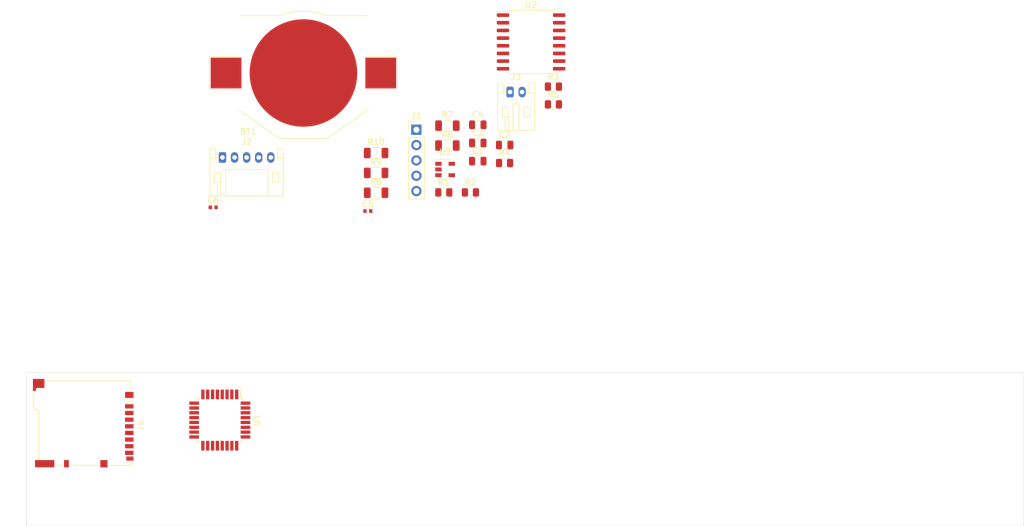
<source format=kicad_pcb>
(kicad_pcb (version 20171130) (host pcbnew "(5.1.9)-1")

  (general
    (thickness 1.6002)
    (drawings 4)
    (tracks 0)
    (zones 0)
    (modules 24)
    (nets 36)
  )

  (page A4)
  (layers
    (0 F.Cu signal)
    (31 B.Cu signal)
    (32 B.Adhes user)
    (33 F.Adhes user)
    (34 B.Paste user)
    (35 F.Paste user)
    (36 B.SilkS user)
    (37 F.SilkS user)
    (38 B.Mask user)
    (39 F.Mask user)
    (40 Dwgs.User user)
    (41 Cmts.User user)
    (42 Eco1.User user)
    (43 Eco2.User user)
    (44 Edge.Cuts user)
    (45 Margin user)
    (46 B.CrtYd user)
    (47 F.CrtYd user)
    (48 B.Fab user)
    (49 F.Fab user)
  )

  (setup
    (last_trace_width 0.1524)
    (trace_clearance 0.1524)
    (zone_clearance 0.508)
    (zone_45_only no)
    (trace_min 0.1524)
    (via_size 0.508)
    (via_drill 0.254)
    (via_min_size 0.508)
    (via_min_drill 0.254)
    (uvia_size 0.3)
    (uvia_drill 0.1)
    (uvias_allowed no)
    (uvia_min_size 0.2)
    (uvia_min_drill 0.1)
    (edge_width 0.05)
    (segment_width 0.2)
    (pcb_text_width 0.3)
    (pcb_text_size 1.5 1.5)
    (mod_edge_width 0.12)
    (mod_text_size 1 1)
    (mod_text_width 0.15)
    (pad_size 1.3 1.5)
    (pad_drill 0)
    (pad_to_mask_clearance 0.0508)
    (aux_axis_origin 0 0)
    (grid_origin 76.2 76.2)
    (visible_elements 7FFFFFFF)
    (pcbplotparams
      (layerselection 0x010fc_ffffffff)
      (usegerberextensions false)
      (usegerberattributes true)
      (usegerberadvancedattributes true)
      (creategerberjobfile true)
      (excludeedgelayer true)
      (linewidth 0.100000)
      (plotframeref false)
      (viasonmask false)
      (mode 1)
      (useauxorigin false)
      (hpglpennumber 1)
      (hpglpenspeed 20)
      (hpglpendiameter 15.000000)
      (psnegative false)
      (psa4output false)
      (plotreference true)
      (plotvalue true)
      (plotinvisibletext false)
      (padsonsilk false)
      (subtractmaskfromsilk false)
      (outputformat 1)
      (mirror false)
      (drillshape 1)
      (scaleselection 1)
      (outputdirectory ""))
  )

  (net 0 "")
  (net 1 "Net-(BT1-Pad1)")
  (net 2 GND)
  (net 3 VCC)
  (net 4 DTR)
  (net 5 "Net-(C2-Pad1)")
  (net 6 MCU_RX)
  (net 7 MCU_TX)
  (net 8 SDA)
  (net 9 SCL)
  (net 10 "Net-(J4-Pad8)")
  (net 11 MISO)
  (net 12 SCK)
  (net 13 MOSI)
  (net 14 CS)
  (net 15 "Net-(J4-Pad1)")
  (net 16 32KHz)
  (net 17 ~INT)
  (net 18 "Net-(U1-Pad1)")
  (net 19 "Net-(U1-Pad2)")
  (net 20 "Net-(U1-Pad8)")
  (net 21 "Net-(U1-Pad9)")
  (net 22 "Net-(U1-Pad10)")
  (net 23 "Net-(U1-Pad11)")
  (net 24 "Net-(U1-Pad13)")
  (net 25 "Net-(U1-Pad14)")
  (net 26 "Net-(U1-Pad19)")
  (net 27 "Net-(U1-Pad20)")
  (net 28 "Net-(U1-Pad22)")
  (net 29 "Net-(U1-Pad23)")
  (net 30 "Net-(U1-Pad24)")
  (net 31 "Net-(U1-Pad25)")
  (net 32 "Net-(U1-Pad26)")
  (net 33 "Net-(U2-Pad4)")
  (net 34 "Net-(U3-Pad4)")
  (net 35 +3V8)

  (net_class Default "This is the default net class."
    (clearance 0.1524)
    (trace_width 0.1524)
    (via_dia 0.508)
    (via_drill 0.254)
    (uvia_dia 0.3)
    (uvia_drill 0.1)
    (add_net +3V8)
    (add_net 32KHz)
    (add_net CS)
    (add_net DTR)
    (add_net GND)
    (add_net MCU_RX)
    (add_net MCU_TX)
    (add_net MISO)
    (add_net MOSI)
    (add_net "Net-(BT1-Pad1)")
    (add_net "Net-(C2-Pad1)")
    (add_net "Net-(J4-Pad1)")
    (add_net "Net-(J4-Pad8)")
    (add_net "Net-(U1-Pad1)")
    (add_net "Net-(U1-Pad10)")
    (add_net "Net-(U1-Pad11)")
    (add_net "Net-(U1-Pad13)")
    (add_net "Net-(U1-Pad14)")
    (add_net "Net-(U1-Pad19)")
    (add_net "Net-(U1-Pad2)")
    (add_net "Net-(U1-Pad20)")
    (add_net "Net-(U1-Pad22)")
    (add_net "Net-(U1-Pad23)")
    (add_net "Net-(U1-Pad24)")
    (add_net "Net-(U1-Pad25)")
    (add_net "Net-(U1-Pad26)")
    (add_net "Net-(U1-Pad8)")
    (add_net "Net-(U1-Pad9)")
    (add_net "Net-(U2-Pad4)")
    (add_net "Net-(U3-Pad4)")
    (add_net SCK)
    (add_net SCL)
    (add_net SDA)
    (add_net VCC)
    (add_net ~INT)
  )

  (module Battery:BatteryHolder_Keystone_3002_1x2032 (layer F.Cu) (tedit 5D9C7E9A) (tstamp 60ABEADF)
    (at 122.047001 26.574513)
    (descr https://www.tme.eu/it/Document/a823211ec201a9e209042d155fe22d2b/KEYS2996.pdf)
    (tags "BR2016 CR2016 DL2016 BR2020 CL2020 BR2025 CR2025 DL2025 DR2032 CR2032 DL2032")
    (path /60B3AB8D)
    (attr smd)
    (fp_text reference BT1 (at -9.15 9.7) (layer F.SilkS)
      (effects (font (size 1 1) (thickness 0.15)))
    )
    (fp_text value Battery_Cell (at 0 -11) (layer F.Fab)
      (effects (font (size 1 1) (thickness 0.15)))
    )
    (fp_line (start -15.35 -2.55) (end -15.35 2.55) (layer F.Fab) (width 0.1))
    (fp_line (start -15.35 2.55) (end -10.55 2.55) (layer F.Fab) (width 0.1))
    (fp_line (start -15.35 -2.55) (end -10.55 -2.55) (layer F.Fab) (width 0.1))
    (fp_line (start -10.55 2.55) (end -10.55 5.85) (layer F.Fab) (width 0.1))
    (fp_line (start 10.55 2.55) (end 10.55 5.9) (layer F.Fab) (width 0.1))
    (fp_line (start -3.8 10.6) (end 3.8 10.6) (layer F.Fab) (width 0.1))
    (fp_line (start 10.55 2.55) (end 15.35 2.55) (layer F.Fab) (width 0.1))
    (fp_line (start 15.35 2.55) (end 15.35 -2.55) (layer F.Fab) (width 0.1))
    (fp_line (start 15.35 -2.55) (end 10.55 -2.55) (layer F.Fab) (width 0.1))
    (fp_line (start 10.55 -2.55) (end 10.55 -9.3) (layer F.Fab) (width 0.1))
    (fp_line (start 10.55 -9.3) (end -10.55 -9.3) (layer F.Fab) (width 0.1))
    (fp_line (start -10.55 -2.55) (end -10.55 -9.3) (layer F.Fab) (width 0.1))
    (fp_line (start -10.55 5.85) (end -3.8 10.6) (layer F.Fab) (width 0.1))
    (fp_line (start -10.8 6.05) (end -3.95 10.85) (layer F.SilkS) (width 0.12))
    (fp_line (start -3.95 10.85) (end 3.95 10.85) (layer F.SilkS) (width 0.12))
    (fp_line (start 3.95 10.85) (end 10.75 6.05) (layer F.SilkS) (width 0.12))
    (fp_line (start 10.55 5.9) (end 3.8 10.6) (layer F.Fab) (width 0.1))
    (fp_circle (center 0 0) (end 10 0) (layer Dwgs.User) (width 0.2))
    (fp_line (start -10.55 -9.5) (end -3.85 -9.5) (layer F.SilkS) (width 0.12))
    (fp_line (start 10.55 -9.5) (end 3.85 -9.5) (layer F.SilkS) (width 0.12))
    (fp_line (start -15.85 -3.05) (end -11.05 -3.05) (layer F.CrtYd) (width 0.05))
    (fp_line (start -11.05 -3.05) (end -11.05 -9.8) (layer F.CrtYd) (width 0.05))
    (fp_line (start -11.05 -9.8) (end -3.9 -9.8) (layer F.CrtYd) (width 0.05))
    (fp_line (start 11.05 -9.8) (end 3.9 -9.8) (layer F.CrtYd) (width 0.05))
    (fp_line (start 11.05 -9.8) (end 11.05 -3.05) (layer F.CrtYd) (width 0.05))
    (fp_line (start 11.05 -3.05) (end 15.85 -3.05) (layer F.CrtYd) (width 0.05))
    (fp_line (start 15.85 -3.05) (end 15.85 3.05) (layer F.CrtYd) (width 0.05))
    (fp_line (start 15.85 3.05) (end 11.05 3.05) (layer F.CrtYd) (width 0.05))
    (fp_line (start 11.05 3.05) (end 11.05 6.35) (layer F.CrtYd) (width 0.05))
    (fp_line (start 11.05 6.35) (end 4.3 11.1) (layer F.CrtYd) (width 0.05))
    (fp_line (start 4.3 11.1) (end -4.3 11.1) (layer F.CrtYd) (width 0.05))
    (fp_line (start -4.3 11.1) (end -11.05 6.35) (layer F.CrtYd) (width 0.05))
    (fp_line (start -11.05 6.35) (end -11.05 3.05) (layer F.CrtYd) (width 0.05))
    (fp_line (start -11.05 3.05) (end -15.85 3.05) (layer F.CrtYd) (width 0.05))
    (fp_line (start -15.85 3.05) (end -15.85 -3.05) (layer F.CrtYd) (width 0.05))
    (fp_line (start -10.75 -2.75) (end -15.55 -2.75) (layer F.SilkS) (width 0.12))
    (fp_line (start -15.55 -2.75) (end -15.55 2.75) (layer F.SilkS) (width 0.12))
    (fp_line (start -15.55 2.75) (end -10.75 2.75) (layer F.SilkS) (width 0.12))
    (fp_line (start 10.75 2.75) (end 15.55 2.75) (layer F.SilkS) (width 0.12))
    (fp_line (start 15.55 2.75) (end 15.55 -2.75) (layer F.SilkS) (width 0.12))
    (fp_line (start 15.55 -2.75) (end 10.75 -2.75) (layer F.SilkS) (width 0.12))
    (fp_text user %R (at -9.15 9.7) (layer F.Fab)
      (effects (font (size 1 1) (thickness 0.15)))
    )
    (fp_arc (start 0 0) (end 3.9 -9.8) (angle -43.40107348) (layer F.CrtYd) (width 0.05))
    (fp_arc (start 0 0) (end 3.85 -9.5) (angle -44.1) (layer F.SilkS) (width 0.12))
    (pad 1 smd rect (at 12.8 0) (size 5.1 5.1) (layers F.Cu F.Paste F.Mask)
      (net 1 "Net-(BT1-Pad1)"))
    (pad 1 smd rect (at -12.8 0) (size 5.1 5.1) (layers F.Cu F.Paste F.Mask)
      (net 1 "Net-(BT1-Pad1)"))
    (pad 2 smd circle (at 0 0) (size 17.8 17.8) (layers F.Cu F.Mask)
      (net 2 GND))
    (model ${KISYS3DMOD}/Battery.3dshapes/BatteryHolder_Keystone_3002_1x2032.wrl
      (at (xyz 0 0 0))
      (scale (xyz 1 1 1))
      (rotate (xyz 0 0 0))
    )
  )

  (module Capacitor_SMD:C_0805_2012Metric (layer F.Cu) (tedit 5F68FEEE) (tstamp 60ABEAF0)
    (at 150.907001 41.177001)
    (descr "Capacitor SMD 0805 (2012 Metric), square (rectangular) end terminal, IPC_7351 nominal, (Body size source: IPC-SM-782 page 76, https://www.pcb-3d.com/wordpress/wp-content/uploads/ipc-sm-782a_amendment_1_and_2.pdf, https://docs.google.com/spreadsheets/d/1BsfQQcO9C6DZCsRaXUlFlo91Tg2WpOkGARC1WS5S8t0/edit?usp=sharing), generated with kicad-footprint-generator")
    (tags capacitor)
    (path /60AEE366)
    (attr smd)
    (fp_text reference C1 (at 0 -1.68) (layer F.SilkS)
      (effects (font (size 1 1) (thickness 0.15)))
    )
    (fp_text value 0.1uF (at 0 1.68) (layer F.Fab)
      (effects (font (size 1 1) (thickness 0.15)))
    )
    (fp_line (start 1.7 0.98) (end -1.7 0.98) (layer F.CrtYd) (width 0.05))
    (fp_line (start 1.7 -0.98) (end 1.7 0.98) (layer F.CrtYd) (width 0.05))
    (fp_line (start -1.7 -0.98) (end 1.7 -0.98) (layer F.CrtYd) (width 0.05))
    (fp_line (start -1.7 0.98) (end -1.7 -0.98) (layer F.CrtYd) (width 0.05))
    (fp_line (start -0.261252 0.735) (end 0.261252 0.735) (layer F.SilkS) (width 0.12))
    (fp_line (start -0.261252 -0.735) (end 0.261252 -0.735) (layer F.SilkS) (width 0.12))
    (fp_line (start 1 0.625) (end -1 0.625) (layer F.Fab) (width 0.1))
    (fp_line (start 1 -0.625) (end 1 0.625) (layer F.Fab) (width 0.1))
    (fp_line (start -1 -0.625) (end 1 -0.625) (layer F.Fab) (width 0.1))
    (fp_line (start -1 0.625) (end -1 -0.625) (layer F.Fab) (width 0.1))
    (fp_text user %R (at 0 0) (layer F.Fab)
      (effects (font (size 0.5 0.5) (thickness 0.08)))
    )
    (pad 1 smd roundrect (at -0.95 0) (size 1 1.45) (layers F.Cu F.Paste F.Mask) (roundrect_rratio 0.25)
      (net 2 GND))
    (pad 2 smd roundrect (at 0.95 0) (size 1 1.45) (layers F.Cu F.Paste F.Mask) (roundrect_rratio 0.25)
      (net 3 VCC))
    (model ${KISYS3DMOD}/Capacitor_SMD.3dshapes/C_0805_2012Metric.wrl
      (at (xyz 0 0 0))
      (scale (xyz 1 1 1))
      (rotate (xyz 0 0 0))
    )
  )

  (module Capacitor_SMD:C_0805_2012Metric (layer F.Cu) (tedit 5F68FEEE) (tstamp 60ABEB01)
    (at 155.357001 38.507001)
    (descr "Capacitor SMD 0805 (2012 Metric), square (rectangular) end terminal, IPC_7351 nominal, (Body size source: IPC-SM-782 page 76, https://www.pcb-3d.com/wordpress/wp-content/uploads/ipc-sm-782a_amendment_1_and_2.pdf, https://docs.google.com/spreadsheets/d/1BsfQQcO9C6DZCsRaXUlFlo91Tg2WpOkGARC1WS5S8t0/edit?usp=sharing), generated with kicad-footprint-generator")
    (tags capacitor)
    (path /60ABDED5)
    (attr smd)
    (fp_text reference C2 (at 0 -1.68) (layer F.SilkS)
      (effects (font (size 1 1) (thickness 0.15)))
    )
    (fp_text value 0.1uF (at 0 1.68) (layer F.Fab)
      (effects (font (size 1 1) (thickness 0.15)))
    )
    (fp_text user %R (at 0 0) (layer F.Fab)
      (effects (font (size 0.5 0.5) (thickness 0.08)))
    )
    (fp_line (start -1 0.625) (end -1 -0.625) (layer F.Fab) (width 0.1))
    (fp_line (start -1 -0.625) (end 1 -0.625) (layer F.Fab) (width 0.1))
    (fp_line (start 1 -0.625) (end 1 0.625) (layer F.Fab) (width 0.1))
    (fp_line (start 1 0.625) (end -1 0.625) (layer F.Fab) (width 0.1))
    (fp_line (start -0.261252 -0.735) (end 0.261252 -0.735) (layer F.SilkS) (width 0.12))
    (fp_line (start -0.261252 0.735) (end 0.261252 0.735) (layer F.SilkS) (width 0.12))
    (fp_line (start -1.7 0.98) (end -1.7 -0.98) (layer F.CrtYd) (width 0.05))
    (fp_line (start -1.7 -0.98) (end 1.7 -0.98) (layer F.CrtYd) (width 0.05))
    (fp_line (start 1.7 -0.98) (end 1.7 0.98) (layer F.CrtYd) (width 0.05))
    (fp_line (start 1.7 0.98) (end -1.7 0.98) (layer F.CrtYd) (width 0.05))
    (pad 2 smd roundrect (at 0.95 0) (size 1 1.45) (layers F.Cu F.Paste F.Mask) (roundrect_rratio 0.25)
      (net 4 DTR))
    (pad 1 smd roundrect (at -0.95 0) (size 1 1.45) (layers F.Cu F.Paste F.Mask) (roundrect_rratio 0.25)
      (net 5 "Net-(C2-Pad1)"))
    (model ${KISYS3DMOD}/Capacitor_SMD.3dshapes/C_0805_2012Metric.wrl
      (at (xyz 0 0 0))
      (scale (xyz 1 1 1))
      (rotate (xyz 0 0 0))
    )
  )

  (module Capacitor_SMD:C_0805_2012Metric (layer F.Cu) (tedit 5F68FEEE) (tstamp 60ABEB12)
    (at 150.907001 38.167001)
    (descr "Capacitor SMD 0805 (2012 Metric), square (rectangular) end terminal, IPC_7351 nominal, (Body size source: IPC-SM-782 page 76, https://www.pcb-3d.com/wordpress/wp-content/uploads/ipc-sm-782a_amendment_1_and_2.pdf, https://docs.google.com/spreadsheets/d/1BsfQQcO9C6DZCsRaXUlFlo91Tg2WpOkGARC1WS5S8t0/edit?usp=sharing), generated with kicad-footprint-generator")
    (tags capacitor)
    (path /60B62E92)
    (attr smd)
    (fp_text reference C3 (at 0 -1.68) (layer F.SilkS)
      (effects (font (size 1 1) (thickness 0.15)))
    )
    (fp_text value 0.1uF (at 0 1.68) (layer F.Fab)
      (effects (font (size 1 1) (thickness 0.15)))
    )
    (fp_line (start 1.7 0.98) (end -1.7 0.98) (layer F.CrtYd) (width 0.05))
    (fp_line (start 1.7 -0.98) (end 1.7 0.98) (layer F.CrtYd) (width 0.05))
    (fp_line (start -1.7 -0.98) (end 1.7 -0.98) (layer F.CrtYd) (width 0.05))
    (fp_line (start -1.7 0.98) (end -1.7 -0.98) (layer F.CrtYd) (width 0.05))
    (fp_line (start -0.261252 0.735) (end 0.261252 0.735) (layer F.SilkS) (width 0.12))
    (fp_line (start -0.261252 -0.735) (end 0.261252 -0.735) (layer F.SilkS) (width 0.12))
    (fp_line (start 1 0.625) (end -1 0.625) (layer F.Fab) (width 0.1))
    (fp_line (start 1 -0.625) (end 1 0.625) (layer F.Fab) (width 0.1))
    (fp_line (start -1 -0.625) (end 1 -0.625) (layer F.Fab) (width 0.1))
    (fp_line (start -1 0.625) (end -1 -0.625) (layer F.Fab) (width 0.1))
    (fp_text user %R (at 0 0) (layer F.Fab)
      (effects (font (size 0.5 0.5) (thickness 0.08)))
    )
    (pad 1 smd roundrect (at -0.95 0) (size 1 1.45) (layers F.Cu F.Paste F.Mask) (roundrect_rratio 0.25)
      (net 3 VCC))
    (pad 2 smd roundrect (at 0.95 0) (size 1 1.45) (layers F.Cu F.Paste F.Mask) (roundrect_rratio 0.25)
      (net 2 GND))
    (model ${KISYS3DMOD}/Capacitor_SMD.3dshapes/C_0805_2012Metric.wrl
      (at (xyz 0 0 0))
      (scale (xyz 1 1 1))
      (rotate (xyz 0 0 0))
    )
  )

  (module Capacitor_SMD:C_0805_2012Metric (layer F.Cu) (tedit 5F68FEEE) (tstamp 60ABEB23)
    (at 150.907001 35.157001)
    (descr "Capacitor SMD 0805 (2012 Metric), square (rectangular) end terminal, IPC_7351 nominal, (Body size source: IPC-SM-782 page 76, https://www.pcb-3d.com/wordpress/wp-content/uploads/ipc-sm-782a_amendment_1_and_2.pdf, https://docs.google.com/spreadsheets/d/1BsfQQcO9C6DZCsRaXUlFlo91Tg2WpOkGARC1WS5S8t0/edit?usp=sharing), generated with kicad-footprint-generator")
    (tags capacitor)
    (path /60ADE41D)
    (attr smd)
    (fp_text reference C4 (at 0 -1.68) (layer F.SilkS)
      (effects (font (size 1 1) (thickness 0.15)))
    )
    (fp_text value 0.1uF (at 0 1.68) (layer F.Fab)
      (effects (font (size 1 1) (thickness 0.15)))
    )
    (fp_text user %R (at 0 0) (layer F.Fab)
      (effects (font (size 0.5 0.5) (thickness 0.08)))
    )
    (fp_line (start -1 0.625) (end -1 -0.625) (layer F.Fab) (width 0.1))
    (fp_line (start -1 -0.625) (end 1 -0.625) (layer F.Fab) (width 0.1))
    (fp_line (start 1 -0.625) (end 1 0.625) (layer F.Fab) (width 0.1))
    (fp_line (start 1 0.625) (end -1 0.625) (layer F.Fab) (width 0.1))
    (fp_line (start -0.261252 -0.735) (end 0.261252 -0.735) (layer F.SilkS) (width 0.12))
    (fp_line (start -0.261252 0.735) (end 0.261252 0.735) (layer F.SilkS) (width 0.12))
    (fp_line (start -1.7 0.98) (end -1.7 -0.98) (layer F.CrtYd) (width 0.05))
    (fp_line (start -1.7 -0.98) (end 1.7 -0.98) (layer F.CrtYd) (width 0.05))
    (fp_line (start 1.7 -0.98) (end 1.7 0.98) (layer F.CrtYd) (width 0.05))
    (fp_line (start 1.7 0.98) (end -1.7 0.98) (layer F.CrtYd) (width 0.05))
    (pad 2 smd roundrect (at 0.95 0) (size 1 1.45) (layers F.Cu F.Paste F.Mask) (roundrect_rratio 0.25)
      (net 2 GND))
    (pad 1 smd roundrect (at -0.95 0) (size 1 1.45) (layers F.Cu F.Paste F.Mask) (roundrect_rratio 0.25)
      (net 3 VCC))
    (model ${KISYS3DMOD}/Capacitor_SMD.3dshapes/C_0805_2012Metric.wrl
      (at (xyz 0 0 0))
      (scale (xyz 1 1 1))
      (rotate (xyz 0 0 0))
    )
  )

  (module Capacitor_SMD:C_0402_1005Metric (layer F.Cu) (tedit 5F68FEEE) (tstamp 60ABEB34)
    (at 132.707001 49.437001)
    (descr "Capacitor SMD 0402 (1005 Metric), square (rectangular) end terminal, IPC_7351 nominal, (Body size source: IPC-SM-782 page 76, https://www.pcb-3d.com/wordpress/wp-content/uploads/ipc-sm-782a_amendment_1_and_2.pdf), generated with kicad-footprint-generator")
    (tags capacitor)
    (path /60A8F981)
    (attr smd)
    (fp_text reference C5 (at 0 -1.16) (layer F.SilkS)
      (effects (font (size 1 1) (thickness 0.15)))
    )
    (fp_text value 1uF (at 0 1.16) (layer F.Fab)
      (effects (font (size 1 1) (thickness 0.15)))
    )
    (fp_text user %R (at 0 0) (layer F.Fab)
      (effects (font (size 0.25 0.25) (thickness 0.04)))
    )
    (fp_line (start -0.5 0.25) (end -0.5 -0.25) (layer F.Fab) (width 0.1))
    (fp_line (start -0.5 -0.25) (end 0.5 -0.25) (layer F.Fab) (width 0.1))
    (fp_line (start 0.5 -0.25) (end 0.5 0.25) (layer F.Fab) (width 0.1))
    (fp_line (start 0.5 0.25) (end -0.5 0.25) (layer F.Fab) (width 0.1))
    (fp_line (start -0.107836 -0.36) (end 0.107836 -0.36) (layer F.SilkS) (width 0.12))
    (fp_line (start -0.107836 0.36) (end 0.107836 0.36) (layer F.SilkS) (width 0.12))
    (fp_line (start -0.91 0.46) (end -0.91 -0.46) (layer F.CrtYd) (width 0.05))
    (fp_line (start -0.91 -0.46) (end 0.91 -0.46) (layer F.CrtYd) (width 0.05))
    (fp_line (start 0.91 -0.46) (end 0.91 0.46) (layer F.CrtYd) (width 0.05))
    (fp_line (start 0.91 0.46) (end -0.91 0.46) (layer F.CrtYd) (width 0.05))
    (pad 2 smd roundrect (at 0.48 0) (size 0.56 0.62) (layers F.Cu F.Paste F.Mask) (roundrect_rratio 0.25)
      (net 2 GND))
    (pad 1 smd roundrect (at -0.48 0) (size 0.56 0.62) (layers F.Cu F.Paste F.Mask) (roundrect_rratio 0.25)
      (net 35 +3V8))
    (model ${KISYS3DMOD}/Capacitor_SMD.3dshapes/C_0402_1005Metric.wrl
      (at (xyz 0 0 0))
      (scale (xyz 1 1 1))
      (rotate (xyz 0 0 0))
    )
  )

  (module Capacitor_SMD:C_0402_1005Metric (layer F.Cu) (tedit 5F68FEEE) (tstamp 60ABEB45)
    (at 107.107001 48.827001)
    (descr "Capacitor SMD 0402 (1005 Metric), square (rectangular) end terminal, IPC_7351 nominal, (Body size source: IPC-SM-782 page 76, https://www.pcb-3d.com/wordpress/wp-content/uploads/ipc-sm-782a_amendment_1_and_2.pdf), generated with kicad-footprint-generator")
    (tags capacitor)
    (path /60AA5620)
    (attr smd)
    (fp_text reference C6 (at 0 -1.16) (layer F.SilkS)
      (effects (font (size 1 1) (thickness 0.15)))
    )
    (fp_text value 1uF (at 0 1.16) (layer F.Fab)
      (effects (font (size 1 1) (thickness 0.15)))
    )
    (fp_line (start 0.91 0.46) (end -0.91 0.46) (layer F.CrtYd) (width 0.05))
    (fp_line (start 0.91 -0.46) (end 0.91 0.46) (layer F.CrtYd) (width 0.05))
    (fp_line (start -0.91 -0.46) (end 0.91 -0.46) (layer F.CrtYd) (width 0.05))
    (fp_line (start -0.91 0.46) (end -0.91 -0.46) (layer F.CrtYd) (width 0.05))
    (fp_line (start -0.107836 0.36) (end 0.107836 0.36) (layer F.SilkS) (width 0.12))
    (fp_line (start -0.107836 -0.36) (end 0.107836 -0.36) (layer F.SilkS) (width 0.12))
    (fp_line (start 0.5 0.25) (end -0.5 0.25) (layer F.Fab) (width 0.1))
    (fp_line (start 0.5 -0.25) (end 0.5 0.25) (layer F.Fab) (width 0.1))
    (fp_line (start -0.5 -0.25) (end 0.5 -0.25) (layer F.Fab) (width 0.1))
    (fp_line (start -0.5 0.25) (end -0.5 -0.25) (layer F.Fab) (width 0.1))
    (fp_text user %R (at 0 0) (layer F.Fab)
      (effects (font (size 0.25 0.25) (thickness 0.04)))
    )
    (pad 1 smd roundrect (at -0.48 0) (size 0.56 0.62) (layers F.Cu F.Paste F.Mask) (roundrect_rratio 0.25)
      (net 3 VCC))
    (pad 2 smd roundrect (at 0.48 0) (size 0.56 0.62) (layers F.Cu F.Paste F.Mask) (roundrect_rratio 0.25)
      (net 2 GND))
    (model ${KISYS3DMOD}/Capacitor_SMD.3dshapes/C_0402_1005Metric.wrl
      (at (xyz 0 0 0))
      (scale (xyz 1 1 1))
      (rotate (xyz 0 0 0))
    )
  )

  (module Connector_PinHeader_2.54mm:PinHeader_1x05_P2.54mm_Vertical (layer F.Cu) (tedit 59FED5CC) (tstamp 60ABEB5E)
    (at 140.747001 35.977001)
    (descr "Through hole straight pin header, 1x05, 2.54mm pitch, single row")
    (tags "Through hole pin header THT 1x05 2.54mm single row")
    (path /60AB63EE)
    (fp_text reference J1 (at 0 -2.33) (layer F.SilkS)
      (effects (font (size 1 1) (thickness 0.15)))
    )
    (fp_text value Conn_01x05_Male (at 0 12.49) (layer F.Fab)
      (effects (font (size 1 1) (thickness 0.15)))
    )
    (fp_line (start 1.8 -1.8) (end -1.8 -1.8) (layer F.CrtYd) (width 0.05))
    (fp_line (start 1.8 11.95) (end 1.8 -1.8) (layer F.CrtYd) (width 0.05))
    (fp_line (start -1.8 11.95) (end 1.8 11.95) (layer F.CrtYd) (width 0.05))
    (fp_line (start -1.8 -1.8) (end -1.8 11.95) (layer F.CrtYd) (width 0.05))
    (fp_line (start -1.33 -1.33) (end 0 -1.33) (layer F.SilkS) (width 0.12))
    (fp_line (start -1.33 0) (end -1.33 -1.33) (layer F.SilkS) (width 0.12))
    (fp_line (start -1.33 1.27) (end 1.33 1.27) (layer F.SilkS) (width 0.12))
    (fp_line (start 1.33 1.27) (end 1.33 11.49) (layer F.SilkS) (width 0.12))
    (fp_line (start -1.33 1.27) (end -1.33 11.49) (layer F.SilkS) (width 0.12))
    (fp_line (start -1.33 11.49) (end 1.33 11.49) (layer F.SilkS) (width 0.12))
    (fp_line (start -1.27 -0.635) (end -0.635 -1.27) (layer F.Fab) (width 0.1))
    (fp_line (start -1.27 11.43) (end -1.27 -0.635) (layer F.Fab) (width 0.1))
    (fp_line (start 1.27 11.43) (end -1.27 11.43) (layer F.Fab) (width 0.1))
    (fp_line (start 1.27 -1.27) (end 1.27 11.43) (layer F.Fab) (width 0.1))
    (fp_line (start -0.635 -1.27) (end 1.27 -1.27) (layer F.Fab) (width 0.1))
    (fp_text user %R (at 0 5.08 90) (layer F.Fab)
      (effects (font (size 1 1) (thickness 0.15)))
    )
    (pad 1 thru_hole rect (at 0 0) (size 1.7 1.7) (drill 1) (layers *.Cu *.Mask)
      (net 2 GND))
    (pad 2 thru_hole oval (at 0 2.54) (size 1.7 1.7) (drill 1) (layers *.Cu *.Mask)
      (net 3 VCC))
    (pad 3 thru_hole oval (at 0 5.08) (size 1.7 1.7) (drill 1) (layers *.Cu *.Mask)
      (net 6 MCU_RX))
    (pad 4 thru_hole oval (at 0 7.62) (size 1.7 1.7) (drill 1) (layers *.Cu *.Mask)
      (net 7 MCU_TX))
    (pad 5 thru_hole oval (at 0 10.16) (size 1.7 1.7) (drill 1) (layers *.Cu *.Mask)
      (net 5 "Net-(C2-Pad1)"))
    (model ${KISYS3DMOD}/Connector_PinHeader_2.54mm.3dshapes/PinHeader_1x05_P2.54mm_Vertical.wrl
      (at (xyz 0 0 0))
      (scale (xyz 1 1 1))
      (rotate (xyz 0 0 0))
    )
  )

  (module Connector_JST:JST_PH_S5B-PH-K_1x05_P2.00mm_Horizontal (layer F.Cu) (tedit 5B7745C6) (tstamp 60ABEB90)
    (at 108.647001 40.567001)
    (descr "JST PH series connector, S5B-PH-K (http://www.jst-mfg.com/product/pdf/eng/ePH.pdf), generated with kicad-footprint-generator")
    (tags "connector JST PH top entry")
    (path /609C012B)
    (fp_text reference J2 (at 4 -2.55) (layer F.SilkS)
      (effects (font (size 1 1) (thickness 0.15)))
    )
    (fp_text value MS5803_HDR (at 4 7.45) (layer F.Fab)
      (effects (font (size 1 1) (thickness 0.15)))
    )
    (fp_line (start 0.5 1.375) (end 0 0.875) (layer F.Fab) (width 0.1))
    (fp_line (start -0.5 1.375) (end 0.5 1.375) (layer F.Fab) (width 0.1))
    (fp_line (start 0 0.875) (end -0.5 1.375) (layer F.Fab) (width 0.1))
    (fp_line (start -0.86 0.14) (end -0.86 -1.075) (layer F.SilkS) (width 0.12))
    (fp_line (start 9.25 0.25) (end -1.25 0.25) (layer F.Fab) (width 0.1))
    (fp_line (start 9.25 -1.35) (end 9.25 0.25) (layer F.Fab) (width 0.1))
    (fp_line (start 9.95 -1.35) (end 9.25 -1.35) (layer F.Fab) (width 0.1))
    (fp_line (start 9.95 6.25) (end 9.95 -1.35) (layer F.Fab) (width 0.1))
    (fp_line (start -1.95 6.25) (end 9.95 6.25) (layer F.Fab) (width 0.1))
    (fp_line (start -1.95 -1.35) (end -1.95 6.25) (layer F.Fab) (width 0.1))
    (fp_line (start -1.25 -1.35) (end -1.95 -1.35) (layer F.Fab) (width 0.1))
    (fp_line (start -1.25 0.25) (end -1.25 -1.35) (layer F.Fab) (width 0.1))
    (fp_line (start 10.45 -1.85) (end -2.45 -1.85) (layer F.CrtYd) (width 0.05))
    (fp_line (start 10.45 6.75) (end 10.45 -1.85) (layer F.CrtYd) (width 0.05))
    (fp_line (start -2.45 6.75) (end 10.45 6.75) (layer F.CrtYd) (width 0.05))
    (fp_line (start -2.45 -1.85) (end -2.45 6.75) (layer F.CrtYd) (width 0.05))
    (fp_line (start -0.8 4.1) (end -0.8 6.36) (layer F.SilkS) (width 0.12))
    (fp_line (start -0.3 4.1) (end -0.3 6.36) (layer F.SilkS) (width 0.12))
    (fp_line (start 8.3 2.5) (end 9.3 2.5) (layer F.SilkS) (width 0.12))
    (fp_line (start 8.3 4.1) (end 8.3 2.5) (layer F.SilkS) (width 0.12))
    (fp_line (start 9.3 4.1) (end 8.3 4.1) (layer F.SilkS) (width 0.12))
    (fp_line (start 9.3 2.5) (end 9.3 4.1) (layer F.SilkS) (width 0.12))
    (fp_line (start -0.3 2.5) (end -1.3 2.5) (layer F.SilkS) (width 0.12))
    (fp_line (start -0.3 4.1) (end -0.3 2.5) (layer F.SilkS) (width 0.12))
    (fp_line (start -1.3 4.1) (end -0.3 4.1) (layer F.SilkS) (width 0.12))
    (fp_line (start -1.3 2.5) (end -1.3 4.1) (layer F.SilkS) (width 0.12))
    (fp_line (start 10.06 0.14) (end 9.14 0.14) (layer F.SilkS) (width 0.12))
    (fp_line (start -2.06 0.14) (end -1.14 0.14) (layer F.SilkS) (width 0.12))
    (fp_line (start 7.5 2) (end 7.5 6.36) (layer F.SilkS) (width 0.12))
    (fp_line (start 0.5 2) (end 7.5 2) (layer F.SilkS) (width 0.12))
    (fp_line (start 0.5 6.36) (end 0.5 2) (layer F.SilkS) (width 0.12))
    (fp_line (start 9.14 0.14) (end 8.86 0.14) (layer F.SilkS) (width 0.12))
    (fp_line (start 9.14 -1.46) (end 9.14 0.14) (layer F.SilkS) (width 0.12))
    (fp_line (start 10.06 -1.46) (end 9.14 -1.46) (layer F.SilkS) (width 0.12))
    (fp_line (start 10.06 6.36) (end 10.06 -1.46) (layer F.SilkS) (width 0.12))
    (fp_line (start -2.06 6.36) (end 10.06 6.36) (layer F.SilkS) (width 0.12))
    (fp_line (start -2.06 -1.46) (end -2.06 6.36) (layer F.SilkS) (width 0.12))
    (fp_line (start -1.14 -1.46) (end -2.06 -1.46) (layer F.SilkS) (width 0.12))
    (fp_line (start -1.14 0.14) (end -1.14 -1.46) (layer F.SilkS) (width 0.12))
    (fp_line (start -0.86 0.14) (end -1.14 0.14) (layer F.SilkS) (width 0.12))
    (fp_text user %R (at 4 2.5) (layer F.Fab)
      (effects (font (size 1 1) (thickness 0.15)))
    )
    (pad 1 thru_hole roundrect (at 0 0) (size 1.2 1.75) (drill 0.75) (layers *.Cu *.Mask) (roundrect_rratio 0.208333)
      (net 2 GND))
    (pad 2 thru_hole oval (at 2 0) (size 1.2 1.75) (drill 0.75) (layers *.Cu *.Mask)
      (net 3 VCC))
    (pad 3 thru_hole oval (at 4 0) (size 1.2 1.75) (drill 0.75) (layers *.Cu *.Mask)
      (net 8 SDA))
    (pad 4 thru_hole oval (at 6 0) (size 1.2 1.75) (drill 0.75) (layers *.Cu *.Mask)
      (net 9 SCL))
    (pad 5 thru_hole oval (at 8 0) (size 1.2 1.75) (drill 0.75) (layers *.Cu *.Mask))
    (model ${KISYS3DMOD}/Connector_JST.3dshapes/JST_PH_S5B-PH-K_1x05_P2.00mm_Horizontal.wrl
      (at (xyz 0 0 0))
      (scale (xyz 1 1 1))
      (rotate (xyz 0 0 0))
    )
  )

  (module Connector_JST:JST_PH_S2B-PH-K_1x02_P2.00mm_Horizontal (layer F.Cu) (tedit 5B7745C6) (tstamp 60ABEBBF)
    (at 156.247001 29.727001)
    (descr "JST PH series connector, S2B-PH-K (http://www.jst-mfg.com/product/pdf/eng/ePH.pdf), generated with kicad-footprint-generator")
    (tags "connector JST PH top entry")
    (path /60ABF949)
    (fp_text reference J3 (at 1 -2.55) (layer F.SilkS)
      (effects (font (size 1 1) (thickness 0.15)))
    )
    (fp_text value JST_PowerPlug (at 1 7.45) (layer F.Fab)
      (effects (font (size 1 1) (thickness 0.15)))
    )
    (fp_line (start 0.5 1.375) (end 0 0.875) (layer F.Fab) (width 0.1))
    (fp_line (start -0.5 1.375) (end 0.5 1.375) (layer F.Fab) (width 0.1))
    (fp_line (start 0 0.875) (end -0.5 1.375) (layer F.Fab) (width 0.1))
    (fp_line (start -0.86 0.14) (end -0.86 -1.075) (layer F.SilkS) (width 0.12))
    (fp_line (start 3.25 0.25) (end -1.25 0.25) (layer F.Fab) (width 0.1))
    (fp_line (start 3.25 -1.35) (end 3.25 0.25) (layer F.Fab) (width 0.1))
    (fp_line (start 3.95 -1.35) (end 3.25 -1.35) (layer F.Fab) (width 0.1))
    (fp_line (start 3.95 6.25) (end 3.95 -1.35) (layer F.Fab) (width 0.1))
    (fp_line (start -1.95 6.25) (end 3.95 6.25) (layer F.Fab) (width 0.1))
    (fp_line (start -1.95 -1.35) (end -1.95 6.25) (layer F.Fab) (width 0.1))
    (fp_line (start -1.25 -1.35) (end -1.95 -1.35) (layer F.Fab) (width 0.1))
    (fp_line (start -1.25 0.25) (end -1.25 -1.35) (layer F.Fab) (width 0.1))
    (fp_line (start 4.45 -1.85) (end -2.45 -1.85) (layer F.CrtYd) (width 0.05))
    (fp_line (start 4.45 6.75) (end 4.45 -1.85) (layer F.CrtYd) (width 0.05))
    (fp_line (start -2.45 6.75) (end 4.45 6.75) (layer F.CrtYd) (width 0.05))
    (fp_line (start -2.45 -1.85) (end -2.45 6.75) (layer F.CrtYd) (width 0.05))
    (fp_line (start -0.8 4.1) (end -0.8 6.36) (layer F.SilkS) (width 0.12))
    (fp_line (start -0.3 4.1) (end -0.3 6.36) (layer F.SilkS) (width 0.12))
    (fp_line (start 2.3 2.5) (end 3.3 2.5) (layer F.SilkS) (width 0.12))
    (fp_line (start 2.3 4.1) (end 2.3 2.5) (layer F.SilkS) (width 0.12))
    (fp_line (start 3.3 4.1) (end 2.3 4.1) (layer F.SilkS) (width 0.12))
    (fp_line (start 3.3 2.5) (end 3.3 4.1) (layer F.SilkS) (width 0.12))
    (fp_line (start -0.3 2.5) (end -1.3 2.5) (layer F.SilkS) (width 0.12))
    (fp_line (start -0.3 4.1) (end -0.3 2.5) (layer F.SilkS) (width 0.12))
    (fp_line (start -1.3 4.1) (end -0.3 4.1) (layer F.SilkS) (width 0.12))
    (fp_line (start -1.3 2.5) (end -1.3 4.1) (layer F.SilkS) (width 0.12))
    (fp_line (start 4.06 0.14) (end 3.14 0.14) (layer F.SilkS) (width 0.12))
    (fp_line (start -2.06 0.14) (end -1.14 0.14) (layer F.SilkS) (width 0.12))
    (fp_line (start 1.5 2) (end 1.5 6.36) (layer F.SilkS) (width 0.12))
    (fp_line (start 0.5 2) (end 1.5 2) (layer F.SilkS) (width 0.12))
    (fp_line (start 0.5 6.36) (end 0.5 2) (layer F.SilkS) (width 0.12))
    (fp_line (start 3.14 0.14) (end 2.86 0.14) (layer F.SilkS) (width 0.12))
    (fp_line (start 3.14 -1.46) (end 3.14 0.14) (layer F.SilkS) (width 0.12))
    (fp_line (start 4.06 -1.46) (end 3.14 -1.46) (layer F.SilkS) (width 0.12))
    (fp_line (start 4.06 6.36) (end 4.06 -1.46) (layer F.SilkS) (width 0.12))
    (fp_line (start -2.06 6.36) (end 4.06 6.36) (layer F.SilkS) (width 0.12))
    (fp_line (start -2.06 -1.46) (end -2.06 6.36) (layer F.SilkS) (width 0.12))
    (fp_line (start -1.14 -1.46) (end -2.06 -1.46) (layer F.SilkS) (width 0.12))
    (fp_line (start -1.14 0.14) (end -1.14 -1.46) (layer F.SilkS) (width 0.12))
    (fp_line (start -0.86 0.14) (end -1.14 0.14) (layer F.SilkS) (width 0.12))
    (fp_text user %R (at 1 2.5) (layer F.Fab)
      (effects (font (size 1 1) (thickness 0.15)))
    )
    (pad 1 thru_hole roundrect (at 0 0) (size 1.2 1.75) (drill 0.75) (layers *.Cu *.Mask) (roundrect_rratio 0.208333)
      (net 2 GND))
    (pad 2 thru_hole oval (at 2 0) (size 1.2 1.75) (drill 0.75) (layers *.Cu *.Mask)
      (net 35 +3V8))
    (model ${KISYS3DMOD}/Connector_JST.3dshapes/JST_PH_S2B-PH-K_1x02_P2.00mm_Horizontal.wrl
      (at (xyz 0 0 0))
      (scale (xyz 1 1 1))
      (rotate (xyz 0 0 0))
    )
  )

  (module Resistor_SMD:R_0805_2012Metric (layer F.Cu) (tedit 5F68FEEE) (tstamp 60ABEC23)
    (at 145.277001 46.357001)
    (descr "Resistor SMD 0805 (2012 Metric), square (rectangular) end terminal, IPC_7351 nominal, (Body size source: IPC-SM-782 page 72, https://www.pcb-3d.com/wordpress/wp-content/uploads/ipc-sm-782a_amendment_1_and_2.pdf), generated with kicad-footprint-generator")
    (tags resistor)
    (path /609CA86F)
    (attr smd)
    (fp_text reference R1 (at 0 -1.65) (layer F.SilkS)
      (effects (font (size 1 1) (thickness 0.15)))
    )
    (fp_text value 10K (at 0 1.65) (layer F.Fab)
      (effects (font (size 1 1) (thickness 0.15)))
    )
    (fp_line (start 1.68 0.95) (end -1.68 0.95) (layer F.CrtYd) (width 0.05))
    (fp_line (start 1.68 -0.95) (end 1.68 0.95) (layer F.CrtYd) (width 0.05))
    (fp_line (start -1.68 -0.95) (end 1.68 -0.95) (layer F.CrtYd) (width 0.05))
    (fp_line (start -1.68 0.95) (end -1.68 -0.95) (layer F.CrtYd) (width 0.05))
    (fp_line (start -0.227064 0.735) (end 0.227064 0.735) (layer F.SilkS) (width 0.12))
    (fp_line (start -0.227064 -0.735) (end 0.227064 -0.735) (layer F.SilkS) (width 0.12))
    (fp_line (start 1 0.625) (end -1 0.625) (layer F.Fab) (width 0.1))
    (fp_line (start 1 -0.625) (end 1 0.625) (layer F.Fab) (width 0.1))
    (fp_line (start -1 -0.625) (end 1 -0.625) (layer F.Fab) (width 0.1))
    (fp_line (start -1 0.625) (end -1 -0.625) (layer F.Fab) (width 0.1))
    (fp_text user %R (at 0 0) (layer F.Fab)
      (effects (font (size 0.5 0.5) (thickness 0.08)))
    )
    (pad 1 smd roundrect (at -0.9125 0) (size 1.025 1.4) (layers F.Cu F.Paste F.Mask) (roundrect_rratio 0.243902)
      (net 3 VCC))
    (pad 2 smd roundrect (at 0.9125 0) (size 1.025 1.4) (layers F.Cu F.Paste F.Mask) (roundrect_rratio 0.243902)
      (net 4 DTR))
    (model ${KISYS3DMOD}/Resistor_SMD.3dshapes/R_0805_2012Metric.wrl
      (at (xyz 0 0 0))
      (scale (xyz 1 1 1))
      (rotate (xyz 0 0 0))
    )
  )

  (module Resistor_SMD:R_0805_2012Metric (layer F.Cu) (tedit 5F68FEEE) (tstamp 60ABEC34)
    (at 149.687001 46.357001)
    (descr "Resistor SMD 0805 (2012 Metric), square (rectangular) end terminal, IPC_7351 nominal, (Body size source: IPC-SM-782 page 72, https://www.pcb-3d.com/wordpress/wp-content/uploads/ipc-sm-782a_amendment_1_and_2.pdf), generated with kicad-footprint-generator")
    (tags resistor)
    (path /60AE9895)
    (attr smd)
    (fp_text reference R2 (at 0 -1.65) (layer F.SilkS)
      (effects (font (size 1 1) (thickness 0.15)))
    )
    (fp_text value 10K (at 0 1.65) (layer F.Fab)
      (effects (font (size 1 1) (thickness 0.15)))
    )
    (fp_line (start 1.68 0.95) (end -1.68 0.95) (layer F.CrtYd) (width 0.05))
    (fp_line (start 1.68 -0.95) (end 1.68 0.95) (layer F.CrtYd) (width 0.05))
    (fp_line (start -1.68 -0.95) (end 1.68 -0.95) (layer F.CrtYd) (width 0.05))
    (fp_line (start -1.68 0.95) (end -1.68 -0.95) (layer F.CrtYd) (width 0.05))
    (fp_line (start -0.227064 0.735) (end 0.227064 0.735) (layer F.SilkS) (width 0.12))
    (fp_line (start -0.227064 -0.735) (end 0.227064 -0.735) (layer F.SilkS) (width 0.12))
    (fp_line (start 1 0.625) (end -1 0.625) (layer F.Fab) (width 0.1))
    (fp_line (start 1 -0.625) (end 1 0.625) (layer F.Fab) (width 0.1))
    (fp_line (start -1 -0.625) (end 1 -0.625) (layer F.Fab) (width 0.1))
    (fp_line (start -1 0.625) (end -1 -0.625) (layer F.Fab) (width 0.1))
    (fp_text user %R (at 0 0) (layer F.Fab)
      (effects (font (size 0.5 0.5) (thickness 0.08)))
    )
    (pad 1 smd roundrect (at -0.9125 0) (size 1.025 1.4) (layers F.Cu F.Paste F.Mask) (roundrect_rratio 0.243902)
      (net 3 VCC))
    (pad 2 smd roundrect (at 0.9125 0) (size 1.025 1.4) (layers F.Cu F.Paste F.Mask) (roundrect_rratio 0.243902)
      (net 9 SCL))
    (model ${KISYS3DMOD}/Resistor_SMD.3dshapes/R_0805_2012Metric.wrl
      (at (xyz 0 0 0))
      (scale (xyz 1 1 1))
      (rotate (xyz 0 0 0))
    )
  )

  (module Resistor_SMD:R_0805_2012Metric (layer F.Cu) (tedit 5F68FEEE) (tstamp 60ABEC45)
    (at 163.427001 28.827001)
    (descr "Resistor SMD 0805 (2012 Metric), square (rectangular) end terminal, IPC_7351 nominal, (Body size source: IPC-SM-782 page 72, https://www.pcb-3d.com/wordpress/wp-content/uploads/ipc-sm-782a_amendment_1_and_2.pdf), generated with kicad-footprint-generator")
    (tags resistor)
    (path /60AEB2BB)
    (attr smd)
    (fp_text reference R3 (at 0 -1.65) (layer F.SilkS)
      (effects (font (size 1 1) (thickness 0.15)))
    )
    (fp_text value 10K (at 0 1.65) (layer F.Fab)
      (effects (font (size 1 1) (thickness 0.15)))
    )
    (fp_text user %R (at 0 0) (layer F.Fab)
      (effects (font (size 0.5 0.5) (thickness 0.08)))
    )
    (fp_line (start -1 0.625) (end -1 -0.625) (layer F.Fab) (width 0.1))
    (fp_line (start -1 -0.625) (end 1 -0.625) (layer F.Fab) (width 0.1))
    (fp_line (start 1 -0.625) (end 1 0.625) (layer F.Fab) (width 0.1))
    (fp_line (start 1 0.625) (end -1 0.625) (layer F.Fab) (width 0.1))
    (fp_line (start -0.227064 -0.735) (end 0.227064 -0.735) (layer F.SilkS) (width 0.12))
    (fp_line (start -0.227064 0.735) (end 0.227064 0.735) (layer F.SilkS) (width 0.12))
    (fp_line (start -1.68 0.95) (end -1.68 -0.95) (layer F.CrtYd) (width 0.05))
    (fp_line (start -1.68 -0.95) (end 1.68 -0.95) (layer F.CrtYd) (width 0.05))
    (fp_line (start 1.68 -0.95) (end 1.68 0.95) (layer F.CrtYd) (width 0.05))
    (fp_line (start 1.68 0.95) (end -1.68 0.95) (layer F.CrtYd) (width 0.05))
    (pad 2 smd roundrect (at 0.9125 0) (size 1.025 1.4) (layers F.Cu F.Paste F.Mask) (roundrect_rratio 0.243902)
      (net 8 SDA))
    (pad 1 smd roundrect (at -0.9125 0) (size 1.025 1.4) (layers F.Cu F.Paste F.Mask) (roundrect_rratio 0.243902)
      (net 3 VCC))
    (model ${KISYS3DMOD}/Resistor_SMD.3dshapes/R_0805_2012Metric.wrl
      (at (xyz 0 0 0))
      (scale (xyz 1 1 1))
      (rotate (xyz 0 0 0))
    )
  )

  (module Resistor_SMD:R_0805_2012Metric (layer F.Cu) (tedit 5F68FEEE) (tstamp 60ABEC56)
    (at 155.337001 41.487001)
    (descr "Resistor SMD 0805 (2012 Metric), square (rectangular) end terminal, IPC_7351 nominal, (Body size source: IPC-SM-782 page 72, https://www.pcb-3d.com/wordpress/wp-content/uploads/ipc-sm-782a_amendment_1_and_2.pdf), generated with kicad-footprint-generator")
    (tags resistor)
    (path /60B19CD1)
    (attr smd)
    (fp_text reference R4 (at 0 -1.65) (layer F.SilkS)
      (effects (font (size 1 1) (thickness 0.15)))
    )
    (fp_text value 10K (at 0 1.65) (layer F.Fab)
      (effects (font (size 1 1) (thickness 0.15)))
    )
    (fp_line (start 1.68 0.95) (end -1.68 0.95) (layer F.CrtYd) (width 0.05))
    (fp_line (start 1.68 -0.95) (end 1.68 0.95) (layer F.CrtYd) (width 0.05))
    (fp_line (start -1.68 -0.95) (end 1.68 -0.95) (layer F.CrtYd) (width 0.05))
    (fp_line (start -1.68 0.95) (end -1.68 -0.95) (layer F.CrtYd) (width 0.05))
    (fp_line (start -0.227064 0.735) (end 0.227064 0.735) (layer F.SilkS) (width 0.12))
    (fp_line (start -0.227064 -0.735) (end 0.227064 -0.735) (layer F.SilkS) (width 0.12))
    (fp_line (start 1 0.625) (end -1 0.625) (layer F.Fab) (width 0.1))
    (fp_line (start 1 -0.625) (end 1 0.625) (layer F.Fab) (width 0.1))
    (fp_line (start -1 -0.625) (end 1 -0.625) (layer F.Fab) (width 0.1))
    (fp_line (start -1 0.625) (end -1 -0.625) (layer F.Fab) (width 0.1))
    (fp_text user %R (at 0 0) (layer F.Fab)
      (effects (font (size 0.5 0.5) (thickness 0.08)))
    )
    (pad 1 smd roundrect (at -0.9125 0) (size 1.025 1.4) (layers F.Cu F.Paste F.Mask) (roundrect_rratio 0.243902)
      (net 16 32KHz))
    (pad 2 smd roundrect (at 0.9125 0) (size 1.025 1.4) (layers F.Cu F.Paste F.Mask) (roundrect_rratio 0.243902)
      (net 3 VCC))
    (model ${KISYS3DMOD}/Resistor_SMD.3dshapes/R_0805_2012Metric.wrl
      (at (xyz 0 0 0))
      (scale (xyz 1 1 1))
      (rotate (xyz 0 0 0))
    )
  )

  (module Resistor_SMD:R_0805_2012Metric (layer F.Cu) (tedit 5F68FEEE) (tstamp 60ABEC67)
    (at 163.427001 31.777001)
    (descr "Resistor SMD 0805 (2012 Metric), square (rectangular) end terminal, IPC_7351 nominal, (Body size source: IPC-SM-782 page 72, https://www.pcb-3d.com/wordpress/wp-content/uploads/ipc-sm-782a_amendment_1_and_2.pdf), generated with kicad-footprint-generator")
    (tags resistor)
    (path /60B25EED)
    (attr smd)
    (fp_text reference R5 (at 0 -1.65) (layer F.SilkS)
      (effects (font (size 1 1) (thickness 0.15)))
    )
    (fp_text value 10K (at 0 1.65) (layer F.Fab)
      (effects (font (size 1 1) (thickness 0.15)))
    )
    (fp_text user %R (at 0 0) (layer F.Fab)
      (effects (font (size 0.5 0.5) (thickness 0.08)))
    )
    (fp_line (start -1 0.625) (end -1 -0.625) (layer F.Fab) (width 0.1))
    (fp_line (start -1 -0.625) (end 1 -0.625) (layer F.Fab) (width 0.1))
    (fp_line (start 1 -0.625) (end 1 0.625) (layer F.Fab) (width 0.1))
    (fp_line (start 1 0.625) (end -1 0.625) (layer F.Fab) (width 0.1))
    (fp_line (start -0.227064 -0.735) (end 0.227064 -0.735) (layer F.SilkS) (width 0.12))
    (fp_line (start -0.227064 0.735) (end 0.227064 0.735) (layer F.SilkS) (width 0.12))
    (fp_line (start -1.68 0.95) (end -1.68 -0.95) (layer F.CrtYd) (width 0.05))
    (fp_line (start -1.68 -0.95) (end 1.68 -0.95) (layer F.CrtYd) (width 0.05))
    (fp_line (start 1.68 -0.95) (end 1.68 0.95) (layer F.CrtYd) (width 0.05))
    (fp_line (start 1.68 0.95) (end -1.68 0.95) (layer F.CrtYd) (width 0.05))
    (pad 2 smd roundrect (at 0.9125 0) (size 1.025 1.4) (layers F.Cu F.Paste F.Mask) (roundrect_rratio 0.243902)
      (net 17 ~INT))
    (pad 1 smd roundrect (at -0.9125 0) (size 1.025 1.4) (layers F.Cu F.Paste F.Mask) (roundrect_rratio 0.243902)
      (net 3 VCC))
    (model ${KISYS3DMOD}/Resistor_SMD.3dshapes/R_0805_2012Metric.wrl
      (at (xyz 0 0 0))
      (scale (xyz 1 1 1))
      (rotate (xyz 0 0 0))
    )
  )

  (module Resistor_SMD:R_1206_3216Metric (layer F.Cu) (tedit 5F68FEEE) (tstamp 60ABEC78)
    (at 145.877001 38.587001)
    (descr "Resistor SMD 1206 (3216 Metric), square (rectangular) end terminal, IPC_7351 nominal, (Body size source: IPC-SM-782 page 72, https://www.pcb-3d.com/wordpress/wp-content/uploads/ipc-sm-782a_amendment_1_and_2.pdf), generated with kicad-footprint-generator")
    (tags resistor)
    (path /60B5F833)
    (attr smd)
    (fp_text reference R6 (at 0 -1.82) (layer F.SilkS)
      (effects (font (size 1 1) (thickness 0.15)))
    )
    (fp_text value 50K (at 0 1.82) (layer F.Fab)
      (effects (font (size 1 1) (thickness 0.15)))
    )
    (fp_line (start 2.28 1.12) (end -2.28 1.12) (layer F.CrtYd) (width 0.05))
    (fp_line (start 2.28 -1.12) (end 2.28 1.12) (layer F.CrtYd) (width 0.05))
    (fp_line (start -2.28 -1.12) (end 2.28 -1.12) (layer F.CrtYd) (width 0.05))
    (fp_line (start -2.28 1.12) (end -2.28 -1.12) (layer F.CrtYd) (width 0.05))
    (fp_line (start -0.727064 0.91) (end 0.727064 0.91) (layer F.SilkS) (width 0.12))
    (fp_line (start -0.727064 -0.91) (end 0.727064 -0.91) (layer F.SilkS) (width 0.12))
    (fp_line (start 1.6 0.8) (end -1.6 0.8) (layer F.Fab) (width 0.1))
    (fp_line (start 1.6 -0.8) (end 1.6 0.8) (layer F.Fab) (width 0.1))
    (fp_line (start -1.6 -0.8) (end 1.6 -0.8) (layer F.Fab) (width 0.1))
    (fp_line (start -1.6 0.8) (end -1.6 -0.8) (layer F.Fab) (width 0.1))
    (fp_text user %R (at 0 0) (layer F.Fab)
      (effects (font (size 0.8 0.8) (thickness 0.12)))
    )
    (pad 1 smd roundrect (at -1.4625 0) (size 1.125 1.75) (layers F.Cu F.Paste F.Mask) (roundrect_rratio 0.222222)
      (net 10 "Net-(J4-Pad8)"))
    (pad 2 smd roundrect (at 1.4625 0) (size 1.125 1.75) (layers F.Cu F.Paste F.Mask) (roundrect_rratio 0.222222)
      (net 3 VCC))
    (model ${KISYS3DMOD}/Resistor_SMD.3dshapes/R_1206_3216Metric.wrl
      (at (xyz 0 0 0))
      (scale (xyz 1 1 1))
      (rotate (xyz 0 0 0))
    )
  )

  (module Resistor_SMD:R_1206_3216Metric (layer F.Cu) (tedit 5F68FEEE) (tstamp 60ABEC89)
    (at 145.877001 35.297001)
    (descr "Resistor SMD 1206 (3216 Metric), square (rectangular) end terminal, IPC_7351 nominal, (Body size source: IPC-SM-782 page 72, https://www.pcb-3d.com/wordpress/wp-content/uploads/ipc-sm-782a_amendment_1_and_2.pdf), generated with kicad-footprint-generator")
    (tags resistor)
    (path /60B5F4AF)
    (attr smd)
    (fp_text reference R7 (at 0 -1.82) (layer F.SilkS)
      (effects (font (size 1 1) (thickness 0.15)))
    )
    (fp_text value 50K (at 0 1.82) (layer F.Fab)
      (effects (font (size 1 1) (thickness 0.15)))
    )
    (fp_text user %R (at 0 0) (layer F.Fab)
      (effects (font (size 0.8 0.8) (thickness 0.12)))
    )
    (fp_line (start -1.6 0.8) (end -1.6 -0.8) (layer F.Fab) (width 0.1))
    (fp_line (start -1.6 -0.8) (end 1.6 -0.8) (layer F.Fab) (width 0.1))
    (fp_line (start 1.6 -0.8) (end 1.6 0.8) (layer F.Fab) (width 0.1))
    (fp_line (start 1.6 0.8) (end -1.6 0.8) (layer F.Fab) (width 0.1))
    (fp_line (start -0.727064 -0.91) (end 0.727064 -0.91) (layer F.SilkS) (width 0.12))
    (fp_line (start -0.727064 0.91) (end 0.727064 0.91) (layer F.SilkS) (width 0.12))
    (fp_line (start -2.28 1.12) (end -2.28 -1.12) (layer F.CrtYd) (width 0.05))
    (fp_line (start -2.28 -1.12) (end 2.28 -1.12) (layer F.CrtYd) (width 0.05))
    (fp_line (start 2.28 -1.12) (end 2.28 1.12) (layer F.CrtYd) (width 0.05))
    (fp_line (start 2.28 1.12) (end -2.28 1.12) (layer F.CrtYd) (width 0.05))
    (pad 2 smd roundrect (at 1.4625 0) (size 1.125 1.75) (layers F.Cu F.Paste F.Mask) (roundrect_rratio 0.222222)
      (net 3 VCC))
    (pad 1 smd roundrect (at -1.4625 0) (size 1.125 1.75) (layers F.Cu F.Paste F.Mask) (roundrect_rratio 0.222222)
      (net 11 MISO))
    (model ${KISYS3DMOD}/Resistor_SMD.3dshapes/R_1206_3216Metric.wrl
      (at (xyz 0 0 0))
      (scale (xyz 1 1 1))
      (rotate (xyz 0 0 0))
    )
  )

  (module Resistor_SMD:R_1206_3216Metric (layer F.Cu) (tedit 5F68FEEE) (tstamp 60ABEC9A)
    (at 134.077001 46.417001)
    (descr "Resistor SMD 1206 (3216 Metric), square (rectangular) end terminal, IPC_7351 nominal, (Body size source: IPC-SM-782 page 72, https://www.pcb-3d.com/wordpress/wp-content/uploads/ipc-sm-782a_amendment_1_and_2.pdf), generated with kicad-footprint-generator")
    (tags resistor)
    (path /60B5DB72)
    (attr smd)
    (fp_text reference R8 (at 0 -1.82) (layer F.SilkS)
      (effects (font (size 1 1) (thickness 0.15)))
    )
    (fp_text value 50K (at 0 1.82) (layer F.Fab)
      (effects (font (size 1 1) (thickness 0.15)))
    )
    (fp_line (start 2.28 1.12) (end -2.28 1.12) (layer F.CrtYd) (width 0.05))
    (fp_line (start 2.28 -1.12) (end 2.28 1.12) (layer F.CrtYd) (width 0.05))
    (fp_line (start -2.28 -1.12) (end 2.28 -1.12) (layer F.CrtYd) (width 0.05))
    (fp_line (start -2.28 1.12) (end -2.28 -1.12) (layer F.CrtYd) (width 0.05))
    (fp_line (start -0.727064 0.91) (end 0.727064 0.91) (layer F.SilkS) (width 0.12))
    (fp_line (start -0.727064 -0.91) (end 0.727064 -0.91) (layer F.SilkS) (width 0.12))
    (fp_line (start 1.6 0.8) (end -1.6 0.8) (layer F.Fab) (width 0.1))
    (fp_line (start 1.6 -0.8) (end 1.6 0.8) (layer F.Fab) (width 0.1))
    (fp_line (start -1.6 -0.8) (end 1.6 -0.8) (layer F.Fab) (width 0.1))
    (fp_line (start -1.6 0.8) (end -1.6 -0.8) (layer F.Fab) (width 0.1))
    (fp_text user %R (at 0 0) (layer F.Fab)
      (effects (font (size 0.8 0.8) (thickness 0.12)))
    )
    (pad 1 smd roundrect (at -1.4625 0) (size 1.125 1.75) (layers F.Cu F.Paste F.Mask) (roundrect_rratio 0.222222)
      (net 13 MOSI))
    (pad 2 smd roundrect (at 1.4625 0) (size 1.125 1.75) (layers F.Cu F.Paste F.Mask) (roundrect_rratio 0.222222)
      (net 3 VCC))
    (model ${KISYS3DMOD}/Resistor_SMD.3dshapes/R_1206_3216Metric.wrl
      (at (xyz 0 0 0))
      (scale (xyz 1 1 1))
      (rotate (xyz 0 0 0))
    )
  )

  (module Resistor_SMD:R_1206_3216Metric (layer F.Cu) (tedit 5F68FEEE) (tstamp 60ABECAB)
    (at 134.077001 43.127001)
    (descr "Resistor SMD 1206 (3216 Metric), square (rectangular) end terminal, IPC_7351 nominal, (Body size source: IPC-SM-782 page 72, https://www.pcb-3d.com/wordpress/wp-content/uploads/ipc-sm-782a_amendment_1_and_2.pdf), generated with kicad-footprint-generator")
    (tags resistor)
    (path /60B5C37D)
    (attr smd)
    (fp_text reference R9 (at 0 -1.82) (layer F.SilkS)
      (effects (font (size 1 1) (thickness 0.15)))
    )
    (fp_text value 50K (at 0 1.82) (layer F.Fab)
      (effects (font (size 1 1) (thickness 0.15)))
    )
    (fp_text user %R (at 0 0) (layer F.Fab)
      (effects (font (size 0.8 0.8) (thickness 0.12)))
    )
    (fp_line (start -1.6 0.8) (end -1.6 -0.8) (layer F.Fab) (width 0.1))
    (fp_line (start -1.6 -0.8) (end 1.6 -0.8) (layer F.Fab) (width 0.1))
    (fp_line (start 1.6 -0.8) (end 1.6 0.8) (layer F.Fab) (width 0.1))
    (fp_line (start 1.6 0.8) (end -1.6 0.8) (layer F.Fab) (width 0.1))
    (fp_line (start -0.727064 -0.91) (end 0.727064 -0.91) (layer F.SilkS) (width 0.12))
    (fp_line (start -0.727064 0.91) (end 0.727064 0.91) (layer F.SilkS) (width 0.12))
    (fp_line (start -2.28 1.12) (end -2.28 -1.12) (layer F.CrtYd) (width 0.05))
    (fp_line (start -2.28 -1.12) (end 2.28 -1.12) (layer F.CrtYd) (width 0.05))
    (fp_line (start 2.28 -1.12) (end 2.28 1.12) (layer F.CrtYd) (width 0.05))
    (fp_line (start 2.28 1.12) (end -2.28 1.12) (layer F.CrtYd) (width 0.05))
    (pad 2 smd roundrect (at 1.4625 0) (size 1.125 1.75) (layers F.Cu F.Paste F.Mask) (roundrect_rratio 0.222222)
      (net 3 VCC))
    (pad 1 smd roundrect (at -1.4625 0) (size 1.125 1.75) (layers F.Cu F.Paste F.Mask) (roundrect_rratio 0.222222)
      (net 14 CS))
    (model ${KISYS3DMOD}/Resistor_SMD.3dshapes/R_1206_3216Metric.wrl
      (at (xyz 0 0 0))
      (scale (xyz 1 1 1))
      (rotate (xyz 0 0 0))
    )
  )

  (module Resistor_SMD:R_1206_3216Metric (layer F.Cu) (tedit 5F68FEEE) (tstamp 60ABECBC)
    (at 134.077001 39.837001)
    (descr "Resistor SMD 1206 (3216 Metric), square (rectangular) end terminal, IPC_7351 nominal, (Body size source: IPC-SM-782 page 72, https://www.pcb-3d.com/wordpress/wp-content/uploads/ipc-sm-782a_amendment_1_and_2.pdf), generated with kicad-footprint-generator")
    (tags resistor)
    (path /60B559C3)
    (attr smd)
    (fp_text reference R10 (at 0 -1.82) (layer F.SilkS)
      (effects (font (size 1 1) (thickness 0.15)))
    )
    (fp_text value 50K (at 0 1.82) (layer F.Fab)
      (effects (font (size 1 1) (thickness 0.15)))
    )
    (fp_line (start 2.28 1.12) (end -2.28 1.12) (layer F.CrtYd) (width 0.05))
    (fp_line (start 2.28 -1.12) (end 2.28 1.12) (layer F.CrtYd) (width 0.05))
    (fp_line (start -2.28 -1.12) (end 2.28 -1.12) (layer F.CrtYd) (width 0.05))
    (fp_line (start -2.28 1.12) (end -2.28 -1.12) (layer F.CrtYd) (width 0.05))
    (fp_line (start -0.727064 0.91) (end 0.727064 0.91) (layer F.SilkS) (width 0.12))
    (fp_line (start -0.727064 -0.91) (end 0.727064 -0.91) (layer F.SilkS) (width 0.12))
    (fp_line (start 1.6 0.8) (end -1.6 0.8) (layer F.Fab) (width 0.1))
    (fp_line (start 1.6 -0.8) (end 1.6 0.8) (layer F.Fab) (width 0.1))
    (fp_line (start -1.6 -0.8) (end 1.6 -0.8) (layer F.Fab) (width 0.1))
    (fp_line (start -1.6 0.8) (end -1.6 -0.8) (layer F.Fab) (width 0.1))
    (fp_text user %R (at 0 0) (layer F.Fab)
      (effects (font (size 0.8 0.8) (thickness 0.12)))
    )
    (pad 1 smd roundrect (at -1.4625 0) (size 1.125 1.75) (layers F.Cu F.Paste F.Mask) (roundrect_rratio 0.222222)
      (net 15 "Net-(J4-Pad1)"))
    (pad 2 smd roundrect (at 1.4625 0) (size 1.125 1.75) (layers F.Cu F.Paste F.Mask) (roundrect_rratio 0.222222)
      (net 3 VCC))
    (model ${KISYS3DMOD}/Resistor_SMD.3dshapes/R_1206_3216Metric.wrl
      (at (xyz 0 0 0))
      (scale (xyz 1 1 1))
      (rotate (xyz 0 0 0))
    )
  )

  (module Package_QFP:TQFP-32_7x7mm_P0.8mm (layer F.Cu) (tedit 5A02F146) (tstamp 60ABECF3)
    (at 108.204 84.074 270)
    (descr "32-Lead Plastic Thin Quad Flatpack (PT) - 7x7x1.0 mm Body, 2.00 mm [TQFP] (see Microchip Packaging Specification 00000049BS.pdf)")
    (tags "QFP 0.8")
    (path /60A72B51)
    (attr smd)
    (fp_text reference U1 (at 0 -6.05 90) (layer F.SilkS)
      (effects (font (size 1 1) (thickness 0.15)))
    )
    (fp_text value ATmega328PB-AU (at 0 6.05 90) (layer F.Fab)
      (effects (font (size 1 1) (thickness 0.15)))
    )
    (fp_line (start -3.625 -3.4) (end -5.05 -3.4) (layer F.SilkS) (width 0.15))
    (fp_line (start 3.625 -3.625) (end 3.3 -3.625) (layer F.SilkS) (width 0.15))
    (fp_line (start 3.625 3.625) (end 3.3 3.625) (layer F.SilkS) (width 0.15))
    (fp_line (start -3.625 3.625) (end -3.3 3.625) (layer F.SilkS) (width 0.15))
    (fp_line (start -3.625 -3.625) (end -3.3 -3.625) (layer F.SilkS) (width 0.15))
    (fp_line (start -3.625 3.625) (end -3.625 3.3) (layer F.SilkS) (width 0.15))
    (fp_line (start 3.625 3.625) (end 3.625 3.3) (layer F.SilkS) (width 0.15))
    (fp_line (start 3.625 -3.625) (end 3.625 -3.3) (layer F.SilkS) (width 0.15))
    (fp_line (start -3.625 -3.625) (end -3.625 -3.4) (layer F.SilkS) (width 0.15))
    (fp_line (start -5.3 5.3) (end 5.3 5.3) (layer F.CrtYd) (width 0.05))
    (fp_line (start -5.3 -5.3) (end 5.3 -5.3) (layer F.CrtYd) (width 0.05))
    (fp_line (start 5.3 -5.3) (end 5.3 5.3) (layer F.CrtYd) (width 0.05))
    (fp_line (start -5.3 -5.3) (end -5.3 5.3) (layer F.CrtYd) (width 0.05))
    (fp_line (start -3.5 -2.5) (end -2.5 -3.5) (layer F.Fab) (width 0.15))
    (fp_line (start -3.5 3.5) (end -3.5 -2.5) (layer F.Fab) (width 0.15))
    (fp_line (start 3.5 3.5) (end -3.5 3.5) (layer F.Fab) (width 0.15))
    (fp_line (start 3.5 -3.5) (end 3.5 3.5) (layer F.Fab) (width 0.15))
    (fp_line (start -2.5 -3.5) (end 3.5 -3.5) (layer F.Fab) (width 0.15))
    (fp_text user %R (at 0 0 90) (layer F.Fab)
      (effects (font (size 1 1) (thickness 0.15)))
    )
    (pad 1 smd rect (at -4.25 -2.8 270) (size 1.6 0.55) (layers F.Cu F.Paste F.Mask)
      (net 18 "Net-(U1-Pad1)"))
    (pad 2 smd rect (at -4.25 -2 270) (size 1.6 0.55) (layers F.Cu F.Paste F.Mask)
      (net 19 "Net-(U1-Pad2)"))
    (pad 3 smd rect (at -4.25 -1.2 270) (size 1.6 0.55) (layers F.Cu F.Paste F.Mask)
      (net 2 GND))
    (pad 4 smd rect (at -4.25 -0.4 270) (size 1.6 0.55) (layers F.Cu F.Paste F.Mask)
      (net 3 VCC))
    (pad 5 smd rect (at -4.25 0.4 270) (size 1.6 0.55) (layers F.Cu F.Paste F.Mask)
      (net 2 GND))
    (pad 6 smd rect (at -4.25 1.2 270) (size 1.6 0.55) (layers F.Cu F.Paste F.Mask)
      (net 3 VCC))
    (pad 7 smd rect (at -4.25 2 270) (size 1.6 0.55) (layers F.Cu F.Paste F.Mask)
      (net 16 32KHz))
    (pad 8 smd rect (at -4.25 2.8 270) (size 1.6 0.55) (layers F.Cu F.Paste F.Mask)
      (net 20 "Net-(U1-Pad8)"))
    (pad 9 smd rect (at -2.8 4.25) (size 1.6 0.55) (layers F.Cu F.Paste F.Mask)
      (net 21 "Net-(U1-Pad9)"))
    (pad 10 smd rect (at -2 4.25) (size 1.6 0.55) (layers F.Cu F.Paste F.Mask)
      (net 22 "Net-(U1-Pad10)"))
    (pad 11 smd rect (at -1.2 4.25) (size 1.6 0.55) (layers F.Cu F.Paste F.Mask)
      (net 23 "Net-(U1-Pad11)"))
    (pad 12 smd rect (at -0.4 4.25) (size 1.6 0.55) (layers F.Cu F.Paste F.Mask)
      (net 14 CS))
    (pad 13 smd rect (at 0.4 4.25) (size 1.6 0.55) (layers F.Cu F.Paste F.Mask)
      (net 24 "Net-(U1-Pad13)"))
    (pad 14 smd rect (at 1.2 4.25) (size 1.6 0.55) (layers F.Cu F.Paste F.Mask)
      (net 25 "Net-(U1-Pad14)"))
    (pad 15 smd rect (at 2 4.25) (size 1.6 0.55) (layers F.Cu F.Paste F.Mask)
      (net 13 MOSI))
    (pad 16 smd rect (at 2.8 4.25) (size 1.6 0.55) (layers F.Cu F.Paste F.Mask)
      (net 11 MISO))
    (pad 17 smd rect (at 4.25 2.8 270) (size 1.6 0.55) (layers F.Cu F.Paste F.Mask)
      (net 12 SCK))
    (pad 18 smd rect (at 4.25 2 270) (size 1.6 0.55) (layers F.Cu F.Paste F.Mask)
      (net 3 VCC))
    (pad 19 smd rect (at 4.25 1.2 270) (size 1.6 0.55) (layers F.Cu F.Paste F.Mask)
      (net 26 "Net-(U1-Pad19)"))
    (pad 20 smd rect (at 4.25 0.4 270) (size 1.6 0.55) (layers F.Cu F.Paste F.Mask)
      (net 27 "Net-(U1-Pad20)"))
    (pad 21 smd rect (at 4.25 -0.4 270) (size 1.6 0.55) (layers F.Cu F.Paste F.Mask)
      (net 2 GND))
    (pad 22 smd rect (at 4.25 -1.2 270) (size 1.6 0.55) (layers F.Cu F.Paste F.Mask)
      (net 28 "Net-(U1-Pad22)"))
    (pad 23 smd rect (at 4.25 -2 270) (size 1.6 0.55) (layers F.Cu F.Paste F.Mask)
      (net 29 "Net-(U1-Pad23)"))
    (pad 24 smd rect (at 4.25 -2.8 270) (size 1.6 0.55) (layers F.Cu F.Paste F.Mask)
      (net 30 "Net-(U1-Pad24)"))
    (pad 25 smd rect (at 2.8 -4.25) (size 1.6 0.55) (layers F.Cu F.Paste F.Mask)
      (net 31 "Net-(U1-Pad25)"))
    (pad 26 smd rect (at 2 -4.25) (size 1.6 0.55) (layers F.Cu F.Paste F.Mask)
      (net 32 "Net-(U1-Pad26)"))
    (pad 27 smd rect (at 1.2 -4.25) (size 1.6 0.55) (layers F.Cu F.Paste F.Mask)
      (net 8 SDA))
    (pad 28 smd rect (at 0.4 -4.25) (size 1.6 0.55) (layers F.Cu F.Paste F.Mask)
      (net 9 SCL))
    (pad 29 smd rect (at -0.4 -4.25) (size 1.6 0.55) (layers F.Cu F.Paste F.Mask)
      (net 4 DTR))
    (pad 30 smd rect (at -1.2 -4.25) (size 1.6 0.55) (layers F.Cu F.Paste F.Mask)
      (net 6 MCU_RX))
    (pad 31 smd rect (at -2 -4.25) (size 1.6 0.55) (layers F.Cu F.Paste F.Mask)
      (net 7 MCU_TX))
    (pad 32 smd rect (at -2.8 -4.25) (size 1.6 0.55) (layers F.Cu F.Paste F.Mask)
      (net 17 ~INT))
    (model ${KISYS3DMOD}/Package_QFP.3dshapes/TQFP-32_7x7mm_P0.8mm.wrl
      (at (xyz 0 0 0))
      (scale (xyz 1 1 1))
      (rotate (xyz 0 0 0))
    )
  )

  (module Package_SO:SOIC-16W_7.5x10.3mm_P1.27mm (layer F.Cu) (tedit 5D9F72B1) (tstamp 60ABED1A)
    (at 159.727001 21.427001)
    (descr "SOIC, 16 Pin (JEDEC MS-013AA, https://www.analog.com/media/en/package-pcb-resources/package/pkg_pdf/soic_wide-rw/rw_16.pdf), generated with kicad-footprint-generator ipc_gullwing_generator.py")
    (tags "SOIC SO")
    (path /609D2E7C)
    (attr smd)
    (fp_text reference U2 (at 0 -6.1) (layer F.SilkS)
      (effects (font (size 1 1) (thickness 0.15)))
    )
    (fp_text value DS3231SN (at 0 6.1) (layer F.Fab)
      (effects (font (size 1 1) (thickness 0.15)))
    )
    (fp_line (start 5.93 -5.4) (end -5.93 -5.4) (layer F.CrtYd) (width 0.05))
    (fp_line (start 5.93 5.4) (end 5.93 -5.4) (layer F.CrtYd) (width 0.05))
    (fp_line (start -5.93 5.4) (end 5.93 5.4) (layer F.CrtYd) (width 0.05))
    (fp_line (start -5.93 -5.4) (end -5.93 5.4) (layer F.CrtYd) (width 0.05))
    (fp_line (start -3.75 -4.15) (end -2.75 -5.15) (layer F.Fab) (width 0.1))
    (fp_line (start -3.75 5.15) (end -3.75 -4.15) (layer F.Fab) (width 0.1))
    (fp_line (start 3.75 5.15) (end -3.75 5.15) (layer F.Fab) (width 0.1))
    (fp_line (start 3.75 -5.15) (end 3.75 5.15) (layer F.Fab) (width 0.1))
    (fp_line (start -2.75 -5.15) (end 3.75 -5.15) (layer F.Fab) (width 0.1))
    (fp_line (start -3.86 -5.005) (end -5.675 -5.005) (layer F.SilkS) (width 0.12))
    (fp_line (start -3.86 -5.26) (end -3.86 -5.005) (layer F.SilkS) (width 0.12))
    (fp_line (start 0 -5.26) (end -3.86 -5.26) (layer F.SilkS) (width 0.12))
    (fp_line (start 3.86 -5.26) (end 3.86 -5.005) (layer F.SilkS) (width 0.12))
    (fp_line (start 0 -5.26) (end 3.86 -5.26) (layer F.SilkS) (width 0.12))
    (fp_line (start -3.86 5.26) (end -3.86 5.005) (layer F.SilkS) (width 0.12))
    (fp_line (start 0 5.26) (end -3.86 5.26) (layer F.SilkS) (width 0.12))
    (fp_line (start 3.86 5.26) (end 3.86 5.005) (layer F.SilkS) (width 0.12))
    (fp_line (start 0 5.26) (end 3.86 5.26) (layer F.SilkS) (width 0.12))
    (fp_text user %R (at 0 0) (layer F.Fab)
      (effects (font (size 1 1) (thickness 0.15)))
    )
    (pad 1 smd roundrect (at -4.65 -4.445) (size 2.05 0.6) (layers F.Cu F.Paste F.Mask) (roundrect_rratio 0.25)
      (net 16 32KHz))
    (pad 2 smd roundrect (at -4.65 -3.175) (size 2.05 0.6) (layers F.Cu F.Paste F.Mask) (roundrect_rratio 0.25)
      (net 3 VCC))
    (pad 3 smd roundrect (at -4.65 -1.905) (size 2.05 0.6) (layers F.Cu F.Paste F.Mask) (roundrect_rratio 0.25)
      (net 17 ~INT))
    (pad 4 smd roundrect (at -4.65 -0.635) (size 2.05 0.6) (layers F.Cu F.Paste F.Mask) (roundrect_rratio 0.25)
      (net 33 "Net-(U2-Pad4)"))
    (pad 5 smd roundrect (at -4.65 0.635) (size 2.05 0.6) (layers F.Cu F.Paste F.Mask) (roundrect_rratio 0.25)
      (net 2 GND))
    (pad 6 smd roundrect (at -4.65 1.905) (size 2.05 0.6) (layers F.Cu F.Paste F.Mask) (roundrect_rratio 0.25)
      (net 2 GND))
    (pad 7 smd roundrect (at -4.65 3.175) (size 2.05 0.6) (layers F.Cu F.Paste F.Mask) (roundrect_rratio 0.25)
      (net 2 GND))
    (pad 8 smd roundrect (at -4.65 4.445) (size 2.05 0.6) (layers F.Cu F.Paste F.Mask) (roundrect_rratio 0.25)
      (net 2 GND))
    (pad 9 smd roundrect (at 4.65 4.445) (size 2.05 0.6) (layers F.Cu F.Paste F.Mask) (roundrect_rratio 0.25)
      (net 2 GND))
    (pad 10 smd roundrect (at 4.65 3.175) (size 2.05 0.6) (layers F.Cu F.Paste F.Mask) (roundrect_rratio 0.25)
      (net 2 GND))
    (pad 11 smd roundrect (at 4.65 1.905) (size 2.05 0.6) (layers F.Cu F.Paste F.Mask) (roundrect_rratio 0.25)
      (net 2 GND))
    (pad 12 smd roundrect (at 4.65 0.635) (size 2.05 0.6) (layers F.Cu F.Paste F.Mask) (roundrect_rratio 0.25)
      (net 2 GND))
    (pad 13 smd roundrect (at 4.65 -0.635) (size 2.05 0.6) (layers F.Cu F.Paste F.Mask) (roundrect_rratio 0.25)
      (net 2 GND))
    (pad 14 smd roundrect (at 4.65 -1.905) (size 2.05 0.6) (layers F.Cu F.Paste F.Mask) (roundrect_rratio 0.25)
      (net 1 "Net-(BT1-Pad1)"))
    (pad 15 smd roundrect (at 4.65 -3.175) (size 2.05 0.6) (layers F.Cu F.Paste F.Mask) (roundrect_rratio 0.25)
      (net 8 SDA))
    (pad 16 smd roundrect (at 4.65 -4.445) (size 2.05 0.6) (layers F.Cu F.Paste F.Mask) (roundrect_rratio 0.25)
      (net 9 SCL))
    (model ${KISYS3DMOD}/Package_SO.3dshapes/SOIC-16W_7.5x10.3mm_P1.27mm.wrl
      (at (xyz 0 0 0))
      (scale (xyz 1 1 1))
      (rotate (xyz 0 0 0))
    )
  )

  (module Package_TO_SOT_SMD:SOT-23-5 (layer F.Cu) (tedit 5A02FF57) (tstamp 60ABED2F)
    (at 145.497001 42.557001)
    (descr "5-pin SOT23 package")
    (tags SOT-23-5)
    (path /60A957BE)
    (attr smd)
    (fp_text reference U3 (at 0 -2.9) (layer F.SilkS)
      (effects (font (size 1 1) (thickness 0.15)))
    )
    (fp_text value TPS7A0333PDBVR (at 0 2.9) (layer F.Fab)
      (effects (font (size 1 1) (thickness 0.15)))
    )
    (fp_line (start 0.9 -1.55) (end 0.9 1.55) (layer F.Fab) (width 0.1))
    (fp_line (start 0.9 1.55) (end -0.9 1.55) (layer F.Fab) (width 0.1))
    (fp_line (start -0.9 -0.9) (end -0.9 1.55) (layer F.Fab) (width 0.1))
    (fp_line (start 0.9 -1.55) (end -0.25 -1.55) (layer F.Fab) (width 0.1))
    (fp_line (start -0.9 -0.9) (end -0.25 -1.55) (layer F.Fab) (width 0.1))
    (fp_line (start -1.9 1.8) (end -1.9 -1.8) (layer F.CrtYd) (width 0.05))
    (fp_line (start 1.9 1.8) (end -1.9 1.8) (layer F.CrtYd) (width 0.05))
    (fp_line (start 1.9 -1.8) (end 1.9 1.8) (layer F.CrtYd) (width 0.05))
    (fp_line (start -1.9 -1.8) (end 1.9 -1.8) (layer F.CrtYd) (width 0.05))
    (fp_line (start 0.9 -1.61) (end -1.55 -1.61) (layer F.SilkS) (width 0.12))
    (fp_line (start -0.9 1.61) (end 0.9 1.61) (layer F.SilkS) (width 0.12))
    (fp_text user %R (at 0 0 90) (layer F.Fab)
      (effects (font (size 0.5 0.5) (thickness 0.075)))
    )
    (pad 1 smd rect (at -1.1 -0.95) (size 1.06 0.65) (layers F.Cu F.Paste F.Mask)
      (net 35 +3V8))
    (pad 2 smd rect (at -1.1 0) (size 1.06 0.65) (layers F.Cu F.Paste F.Mask)
      (net 2 GND))
    (pad 3 smd rect (at -1.1 0.95) (size 1.06 0.65) (layers F.Cu F.Paste F.Mask)
      (net 35 +3V8))
    (pad 4 smd rect (at 1.1 0.95) (size 1.06 0.65) (layers F.Cu F.Paste F.Mask)
      (net 34 "Net-(U3-Pad4)"))
    (pad 5 smd rect (at 1.1 -0.95) (size 1.06 0.65) (layers F.Cu F.Paste F.Mask)
      (net 3 VCC))
    (model ${KISYS3DMOD}/Package_TO_SOT_SMD.3dshapes/SOT-23-5.wrl
      (at (xyz 0 0 0))
      (scale (xyz 1 1 1))
      (rotate (xyz 0 0 0))
    )
  )

  (module Connector_Card:microSD_HC_Hirose_DM3BT-DSF-PEJS (layer F.Cu) (tedit 5A1DBFB5) (tstamp 60AC4BEA)
    (at 85.598 84.582 270)
    (descr "Micro SD, SMD, reverse on-board, right-angle, push-pull (https://www.hirose.com/product/en/download_file/key_name/DM3BT-DSF-PEJS/category/Drawing%20(2D)/doc_file_id/44097/?file_category_id=6&item_id=06090029900&is_series=)")
    (tags "Micro SD")
    (path /609D3B5E)
    (attr smd)
    (fp_text reference J4 (at 0.425 -9.525 90) (layer F.SilkS)
      (effects (font (size 1 1) (thickness 0.15)))
    )
    (fp_text value Micro_SD (at 0.425 9.575 90) (layer F.Fab)
      (effects (font (size 1 1) (thickness 0.15)))
    )
    (fp_line (start -3.375 -7.885) (end -3.925 -7.885) (layer F.SilkS) (width 0.12))
    (fp_line (start 6.475 -7.885) (end 6.985 -7.885) (layer F.SilkS) (width 0.12))
    (fp_line (start 7.225 0.775) (end 7.225 -7.275) (layer Dwgs.User) (width 0.1))
    (fp_line (start -5.075 8.225) (end -5.075 13.225) (layer F.Fab) (width 0.1))
    (fp_line (start 5.925 13.225) (end 5.925 7.275) (layer F.Fab) (width 0.1))
    (fp_line (start -4.575 13.725) (end 5.425 13.725) (layer F.Fab) (width 0.1))
    (fp_line (start -7.88 -8.82) (end 7.82 -8.82) (layer F.CrtYd) (width 0.05))
    (fp_line (start 7.82 -8.82) (end 7.82 8.88) (layer F.CrtYd) (width 0.05))
    (fp_line (start 7.82 8.88) (end -7.88 8.88) (layer F.CrtYd) (width 0.05))
    (fp_line (start -7.88 8.88) (end -7.88 -8.82) (layer F.CrtYd) (width 0.05))
    (fp_line (start -6.925 -7.825) (end 6.925 -7.825) (layer F.Fab) (width 0.1))
    (fp_line (start 6.925 7.725) (end 6.925 -7.825) (layer F.Fab) (width 0.1))
    (fp_line (start -6.925 8.225) (end -6.925 -7.825) (layer F.Fab) (width 0.1))
    (fp_line (start -2.225 7.275) (end 5.925 7.275) (layer F.Fab) (width 0.1))
    (fp_line (start -4.575 9.725) (end 5.425 9.725) (layer F.Fab) (width 0.1))
    (fp_line (start -6.985 -7.885) (end -5.425 -7.885) (layer F.SilkS) (width 0.12))
    (fp_line (start 6.985 -7.885) (end 6.985 -4.275) (layer F.SilkS) (width 0.12))
    (fp_line (start -6.985 -7.885) (end -6.985 6.175) (layer F.SilkS) (width 0.12))
    (fp_line (start 6.985 -2.575) (end 6.985 2.125) (layer F.SilkS) (width 0.12))
    (fp_line (start -6.925 8.225) (end -2.725 8.225) (layer F.Fab) (width 0.1))
    (fp_line (start 6.925 7.725) (end 5.925 7.725) (layer F.Fab) (width 0.1))
    (fp_line (start 7.225 -7.275) (end 6.475 -7.275) (layer Dwgs.User) (width 0.1))
    (fp_line (start 7.225 0.775) (end 6.475 0.775) (layer Dwgs.User) (width 0.1))
    (fp_line (start 6.475 0.775) (end 6.475 -7.275) (layer Dwgs.User) (width 0.1))
    (fp_line (start 7.225 0.775) (end 6.475 0.425) (layer Dwgs.User) (width 0.1))
    (fp_line (start 6.475 0.425) (end 7.225 0.125) (layer Dwgs.User) (width 0.1))
    (fp_line (start 7.225 0.125) (end 6.475 -0.175) (layer Dwgs.User) (width 0.1))
    (fp_line (start 6.475 -0.175) (end 7.225 -0.475) (layer Dwgs.User) (width 0.1))
    (fp_line (start 7.225 -0.475) (end 6.475 -0.825) (layer Dwgs.User) (width 0.1))
    (fp_line (start 6.475 -0.825) (end 7.225 -1.125) (layer Dwgs.User) (width 0.1))
    (fp_line (start 7.225 -1.125) (end 6.475 -1.425) (layer Dwgs.User) (width 0.1))
    (fp_line (start 6.475 -1.425) (end 7.225 -1.775) (layer Dwgs.User) (width 0.1))
    (fp_line (start 7.225 -1.775) (end 6.475 -2.125) (layer Dwgs.User) (width 0.1))
    (fp_line (start 6.475 -2.125) (end 7.225 -2.375) (layer Dwgs.User) (width 0.1))
    (fp_line (start 7.225 -2.375) (end 6.475 -2.725) (layer Dwgs.User) (width 0.1))
    (fp_line (start 6.475 -2.725) (end 7.225 -2.975) (layer Dwgs.User) (width 0.1))
    (fp_line (start 6.985 3.425) (end 6.985 4.525) (layer F.SilkS) (width 0.12))
    (fp_line (start 5.865 7.335) (end -2.165 7.335) (layer F.SilkS) (width 0.12))
    (fp_line (start -2.165 7.335) (end -2.165 7.785) (layer F.SilkS) (width 0.12))
    (fp_line (start 7.225 -2.975) (end 6.475 -3.325) (layer Dwgs.User) (width 0.1))
    (fp_line (start 6.475 -3.325) (end 7.225 -3.675) (layer Dwgs.User) (width 0.1))
    (fp_line (start 7.225 -3.675) (end 6.475 -4.025) (layer Dwgs.User) (width 0.1))
    (fp_line (start 6.475 -4.025) (end 7.225 -4.375) (layer Dwgs.User) (width 0.1))
    (fp_line (start 7.225 -4.375) (end 6.475 -4.725) (layer Dwgs.User) (width 0.1))
    (fp_line (start 6.475 -4.725) (end 7.225 -5.075) (layer Dwgs.User) (width 0.1))
    (fp_line (start 7.225 -5.075) (end 6.475 -5.425) (layer Dwgs.User) (width 0.1))
    (fp_line (start 6.475 -5.425) (end 7.225 -5.775) (layer Dwgs.User) (width 0.1))
    (fp_line (start 7.225 -5.775) (end 6.475 -6.125) (layer Dwgs.User) (width 0.1))
    (fp_line (start 6.475 -6.125) (end 7.225 -6.475) (layer Dwgs.User) (width 0.1))
    (fp_line (start 7.225 -6.475) (end 6.475 -6.825) (layer Dwgs.User) (width 0.1))
    (fp_line (start 6.475 -6.825) (end 7.225 -7.175) (layer Dwgs.User) (width 0.1))
    (fp_line (start -2.225 7.275) (end -2.225 7.725) (layer F.Fab) (width 0.1))
    (fp_line (start -2.225 7.725) (end -2.725 8.225) (layer F.Fab) (width 0.1))
    (fp_line (start -5.075 8.285) (end -2.675 8.285) (layer F.SilkS) (width 0.12))
    (fp_line (start -2.665 8.275) (end -2.165 7.785) (layer F.SilkS) (width 0.12))
    (fp_line (start 5.865 7.335) (end 5.865 7.785) (layer F.SilkS) (width 0.12))
    (fp_text user KEEPOUT (at 6.85 -3.25) (layer Cmts.User)
      (effects (font (size 0.5 0.5) (thickness 0.07)))
    )
    (fp_text user %R (at 0.325 1.575 90) (layer F.Fab)
      (effects (font (size 1 1) (thickness 0.1)))
    )
    (fp_arc (start 5.425 9.225) (end 5.925 9.225) (angle 90) (layer F.Fab) (width 0.1))
    (fp_arc (start -4.575 9.225) (end -4.575 9.725) (angle 90) (layer F.Fab) (width 0.1))
    (fp_arc (start 5.425 13.225) (end 5.925 13.225) (angle 90) (layer F.Fab) (width 0.1))
    (fp_arc (start -4.575 13.225) (end -4.575 13.725) (angle 90) (layer F.Fab) (width 0.1))
    (pad 1 smd rect (at -2.775 -7.625 270) (size 0.7 1.4) (layers F.Cu F.Paste F.Mask)
      (net 15 "Net-(J4-Pad1)"))
    (pad 11 smd rect (at -6.575 7.375 270) (size 1.5 1.9) (layers F.Cu F.Paste F.Mask))
    (pad 11 smd rect (at -4.675 -7.625 270) (size 1 1.4) (layers F.Cu F.Paste F.Mask))
    (pad 11 smd rect (at 6.725 -3.425 270) (size 1.2 1.2) (layers F.Cu F.Paste F.Mask))
    (pad 11 smd rect (at 6.725 6.375 270) (size 1.2 3.2) (layers F.Cu F.Paste F.Mask))
    (pad 9 smd rect (at 5.875 -7.725 270) (size 0.7 1.2) (layers F.Cu F.Paste F.Mask)
      (net 2 GND))
    (pad 2 smd rect (at -1.675 -7.625 270) (size 0.7 1.4) (layers F.Cu F.Paste F.Mask)
      (net 14 CS))
    (pad 3 smd rect (at -0.575 -7.625 270) (size 0.7 1.4) (layers F.Cu F.Paste F.Mask)
      (net 13 MOSI))
    (pad 4 smd rect (at 0.525 -7.625 270) (size 0.7 1.4) (layers F.Cu F.Paste F.Mask)
      (net 3 VCC))
    (pad 5 smd rect (at 1.625 -7.625 270) (size 0.7 1.4) (layers F.Cu F.Paste F.Mask)
      (net 12 SCK))
    (pad 6 smd rect (at 2.725 -7.625 270) (size 0.7 1.4) (layers F.Cu F.Paste F.Mask)
      (net 2 GND))
    (pad 7 smd rect (at 3.825 -7.625 270) (size 0.7 1.4) (layers F.Cu F.Paste F.Mask)
      (net 11 MISO))
    (pad 8 smd rect (at 4.925 -7.625 270) (size 0.7 1.4) (layers F.Cu F.Paste F.Mask)
      (net 10 "Net-(J4-Pad8)"))
    (pad 11 smd rect (at -5.575 8.075 270) (size 0.5 0.5) (layers F.Cu F.Paste F.Mask))
    (pad 10 smd rect (at 6.725 2.775 270) (size 1.2 0.8) (layers F.Cu F.Paste F.Mask))
    (pad 11 smd rect (at -5.825 7.825 315) (size 0.2 0.2) (layers F.Cu F.Paste F.Mask))
    (model ${KISYS3DMOD}/Connector_Card.3dshapes/microSD_HC_Hirose_DM3BT-DSF-PEJS.wrl
      (at (xyz 0 0 0))
      (scale (xyz 1 1 1))
      (rotate (xyz 0 0 0))
    )
  )

  (gr_line (start 76.2 76.2) (end 76.2 101.6) (layer Edge.Cuts) (width 0.05) (tstamp 60A9AD61))
  (gr_line (start 241.3 101.6) (end 76.2 101.6) (layer Edge.Cuts) (width 0.05) (tstamp 60A9972D))
  (gr_line (start 241.3 76.2) (end 241.3 101.6) (layer Edge.Cuts) (width 0.05))
  (gr_line (start 76.2 76.2) (end 241.3 76.2) (layer Edge.Cuts) (width 0.05))

)

</source>
